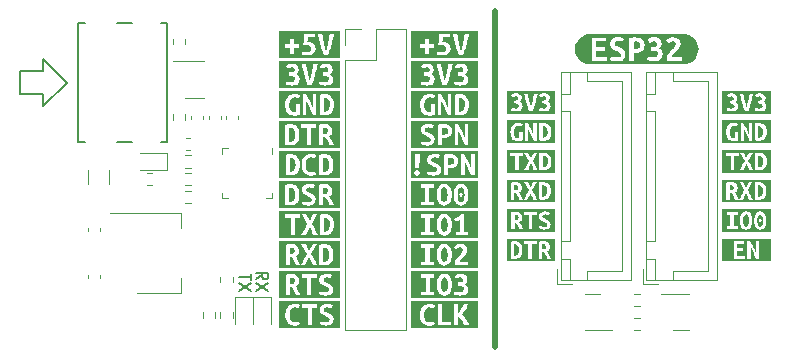
<source format=gbr>
%TF.GenerationSoftware,KiCad,Pcbnew,6.0.1-79c1e3a40b~116~ubuntu20.04.1*%
%TF.CreationDate,2022-02-14T03:59:37+01:00*%
%TF.ProjectId,USB-to-UART-Bridge,5553422d-746f-42d5-9541-52542d427269,rev?*%
%TF.SameCoordinates,Original*%
%TF.FileFunction,Legend,Top*%
%TF.FilePolarity,Positive*%
%FSLAX46Y46*%
G04 Gerber Fmt 4.6, Leading zero omitted, Abs format (unit mm)*
G04 Created by KiCad (PCBNEW 6.0.1-79c1e3a40b~116~ubuntu20.04.1) date 2022-02-14 03:59:37*
%MOMM*%
%LPD*%
G01*
G04 APERTURE LIST*
%ADD10C,0.500000*%
%ADD11C,0.200000*%
%ADD12C,0.120000*%
%ADD13C,0.150000*%
G04 APERTURE END LIST*
D10*
X120750000Y-55750000D02*
X120750000Y-84250000D01*
D11*
X100047619Y-78000952D02*
X100047619Y-78572380D01*
X99047619Y-78286666D02*
X100047619Y-78286666D01*
X100047619Y-78810476D02*
X99047619Y-79477142D01*
X100047619Y-79477142D02*
X99047619Y-78810476D01*
X100547619Y-78477142D02*
X101023809Y-78143809D01*
X100547619Y-77905714D02*
X101547619Y-77905714D01*
X101547619Y-78286666D01*
X101500000Y-78381904D01*
X101452380Y-78429523D01*
X101357142Y-78477142D01*
X101214285Y-78477142D01*
X101119047Y-78429523D01*
X101071428Y-78381904D01*
X101023809Y-78286666D01*
X101023809Y-77905714D01*
X101547619Y-78810476D02*
X100547619Y-79477142D01*
X101547619Y-79477142D02*
X100547619Y-78810476D01*
%TO.C,kibuzzard-61FF9B79*%
G36*
X116586586Y-70747357D02*
G01*
X116670883Y-70878802D01*
X116710888Y-71074541D01*
X116718388Y-71191342D01*
X116720889Y-71316000D01*
X116718388Y-71440301D01*
X116710888Y-71556030D01*
X116670883Y-71751769D01*
X116585158Y-71884643D01*
X116440854Y-71933220D01*
X116295121Y-71884643D01*
X116210825Y-71753198D01*
X116170820Y-71557459D01*
X116163319Y-71440658D01*
X116160819Y-71316000D01*
X116163319Y-71191699D01*
X116170820Y-71075970D01*
X116210825Y-70880231D01*
X116295121Y-70747357D01*
X116440854Y-70698780D01*
X116586586Y-70747357D01*
G37*
G36*
X119287466Y-72477098D02*
G01*
X113648534Y-72477098D01*
X113648534Y-72201825D01*
X114452034Y-72201825D01*
X115575031Y-72201825D01*
X115575031Y-71910360D01*
X115192126Y-71910360D01*
X115192126Y-71316000D01*
X115803631Y-71316000D01*
X115813900Y-71530580D01*
X115844708Y-71717122D01*
X115896054Y-71875624D01*
X115967938Y-72006086D01*
X116093826Y-72135467D01*
X116252418Y-72213096D01*
X116443711Y-72238973D01*
X116630401Y-72213096D01*
X116786611Y-72135467D01*
X116912341Y-72006086D01*
X116984850Y-71875624D01*
X117036643Y-71717122D01*
X117067718Y-71530580D01*
X117078076Y-71316000D01*
X117077940Y-71313142D01*
X117255241Y-71313142D01*
X117265064Y-71532456D01*
X117294532Y-71721765D01*
X117343645Y-71881071D01*
X117412404Y-72010373D01*
X117533054Y-72137372D01*
X117685454Y-72213572D01*
X117869604Y-72238973D01*
X118053754Y-72213572D01*
X118206154Y-72137372D01*
X118326804Y-72010373D01*
X118395562Y-71881071D01*
X118444676Y-71721765D01*
X118474144Y-71532456D01*
X118483966Y-71313142D01*
X118474144Y-71095169D01*
X118444676Y-70907020D01*
X118395562Y-70748697D01*
X118326804Y-70620199D01*
X118206154Y-70493992D01*
X118053754Y-70418269D01*
X117869604Y-70393027D01*
X117688311Y-70418428D01*
X117536864Y-70494628D01*
X117415261Y-70621627D01*
X117345253Y-70750572D01*
X117295246Y-70908806D01*
X117265243Y-71096330D01*
X117255241Y-71313142D01*
X117077940Y-71313142D01*
X117067896Y-71101420D01*
X117037357Y-70914878D01*
X116986458Y-70756376D01*
X116915199Y-70625914D01*
X116790104Y-70496533D01*
X116631989Y-70418904D01*
X116440854Y-70393027D01*
X116255434Y-70418904D01*
X116099224Y-70496533D01*
X115972224Y-70625914D01*
X115898465Y-70756376D01*
X115845779Y-70914878D01*
X115814168Y-71101420D01*
X115803631Y-71316000D01*
X115192126Y-71316000D01*
X115192126Y-70724497D01*
X115575031Y-70724497D01*
X115575031Y-70433032D01*
X114452034Y-70433032D01*
X114452034Y-70724497D01*
X114837796Y-70724497D01*
X114837796Y-71910360D01*
X114452034Y-71910360D01*
X114452034Y-72201825D01*
X113648534Y-72201825D01*
X113648534Y-70154902D01*
X119287466Y-70154902D01*
X119287466Y-72477098D01*
G37*
G36*
X118158370Y-71500626D02*
G01*
X118133129Y-71655407D01*
X118091060Y-71777486D01*
X117997834Y-71896430D01*
X117869604Y-71936078D01*
X117743159Y-71896430D01*
X117649576Y-71777486D01*
X117606714Y-71655407D01*
X117580996Y-71500626D01*
X117572424Y-71313142D01*
X117573742Y-71284567D01*
X117712441Y-71284567D01*
X117755304Y-71417441D01*
X117872461Y-71473163D01*
X117985333Y-71417441D01*
X118029624Y-71284567D01*
X117985333Y-71150265D01*
X117872461Y-71093115D01*
X117755304Y-71150265D01*
X117712441Y-71284567D01*
X117573742Y-71284567D01*
X117580996Y-71127246D01*
X117606714Y-70973417D01*
X117649576Y-70851656D01*
X117743159Y-70732713D01*
X117869604Y-70693065D01*
X117997834Y-70732713D01*
X118091060Y-70851656D01*
X118133129Y-70973417D01*
X118158370Y-71127246D01*
X118166784Y-71313142D01*
X118158370Y-71500626D01*
G37*
D12*
%TO.C,Q1*%
X136500000Y-79690000D02*
X137150000Y-79690000D01*
X136500000Y-82810000D02*
X137150000Y-82810000D01*
X136500000Y-79690000D02*
X134825000Y-79690000D01*
X136500000Y-82810000D02*
X135850000Y-82810000D01*
%TO.C,U3*%
X88150000Y-72840000D02*
X94160000Y-72840000D01*
X94160000Y-72840000D02*
X94160000Y-74100000D01*
X94160000Y-79660000D02*
X94160000Y-78400000D01*
X90400000Y-79660000D02*
X94160000Y-79660000D01*
%TO.C,kibuzzard-61FF9A21*%
G36*
X107601151Y-80097098D02*
G01*
X102474849Y-80097098D01*
X102474849Y-79821825D01*
X103029177Y-79821825D01*
X103380650Y-79821825D01*
X103380650Y-79170315D01*
X103563530Y-79170315D01*
X103660328Y-79332121D01*
X103750696Y-79491784D01*
X103832492Y-79653590D01*
X103903572Y-79821825D01*
X104272190Y-79821825D01*
X104190751Y-79634659D01*
X104092167Y-79437491D01*
X103986440Y-79248896D01*
X103883570Y-79084590D01*
X104008586Y-79003866D01*
X104092167Y-78893137D01*
X104139316Y-78760264D01*
X104155032Y-78613102D01*
X104143245Y-78474157D01*
X104107884Y-78354499D01*
X104100402Y-78344497D01*
X104375060Y-78344497D01*
X104840832Y-78344497D01*
X104840832Y-79821825D01*
X105195163Y-79821825D01*
X105195163Y-79724670D01*
X105846673Y-79724670D01*
X106043840Y-79811824D01*
X106197431Y-79847185D01*
X106395313Y-79858973D01*
X106595814Y-79843891D01*
X106759168Y-79798648D01*
X106885374Y-79723241D01*
X107006460Y-79559292D01*
X107046823Y-79338908D01*
X107034678Y-79205677D01*
X106998245Y-79097449D01*
X106873944Y-78937429D01*
X106708209Y-78834559D01*
X106535330Y-78764550D01*
X106425316Y-78721687D01*
X106325304Y-78668824D01*
X106252438Y-78600244D01*
X106223863Y-78510232D01*
X106254978Y-78397520D01*
X106348323Y-78329893D01*
X106503898Y-78307350D01*
X106705351Y-78335925D01*
X106863943Y-78404505D01*
X106966813Y-78133042D01*
X106762501Y-78050175D01*
X106630699Y-78022314D01*
X106478180Y-78013027D01*
X106303079Y-78028585D01*
X106154965Y-78075257D01*
X106033839Y-78153045D01*
X105912752Y-78320209D01*
X105872390Y-78541665D01*
X105918110Y-78751691D01*
X106033839Y-78893137D01*
X106189573Y-78987435D01*
X106355308Y-79053158D01*
X106475323Y-79103164D01*
X106583908Y-79163171D01*
X106663918Y-79238895D01*
X106695350Y-79336050D01*
X106682491Y-79420346D01*
X106635343Y-79494641D01*
X106542474Y-79546076D01*
X106395313Y-79564650D01*
X106252795Y-79554649D01*
X106133851Y-79524645D01*
X105949543Y-79438920D01*
X105846673Y-79724670D01*
X105195163Y-79724670D01*
X105195163Y-78344497D01*
X105660935Y-78344497D01*
X105660935Y-78053032D01*
X104375060Y-78053032D01*
X104375060Y-78344497D01*
X104100402Y-78344497D01*
X103972152Y-78173047D01*
X103874997Y-78110897D01*
X103760697Y-78067320D01*
X103630681Y-78041602D01*
X103486377Y-78033030D01*
X103386365Y-78035887D01*
X103266350Y-78043031D01*
X103142049Y-78057319D01*
X103029177Y-78078750D01*
X103029177Y-79821825D01*
X102474849Y-79821825D01*
X102474849Y-77774902D01*
X107601151Y-77774902D01*
X107601151Y-80097098D01*
G37*
G36*
X103612822Y-78355213D02*
G01*
X103712120Y-78404505D01*
X103776414Y-78488801D01*
X103797845Y-78610245D01*
X103717835Y-78808841D01*
X103612822Y-78861348D01*
X103457802Y-78878850D01*
X103380650Y-78878850D01*
X103380650Y-78347355D01*
X103437800Y-78340211D01*
X103486377Y-78338782D01*
X103612822Y-78355213D01*
G37*
%TO.C,R1*%
X94522500Y-58112742D02*
X94522500Y-58587258D01*
X93477500Y-58112742D02*
X93477500Y-58587258D01*
%TO.C,J2*%
X108026000Y-58616000D02*
X108026000Y-57286000D01*
X108026000Y-57286000D02*
X109356000Y-57286000D01*
X108026000Y-82806000D02*
X113226000Y-82806000D01*
X113226000Y-57286000D02*
X113226000Y-82806000D01*
X110626000Y-59886000D02*
X110626000Y-57286000D01*
X108026000Y-59886000D02*
X110626000Y-59886000D01*
X110626000Y-57286000D02*
X113226000Y-57286000D01*
X108026000Y-59886000D02*
X108026000Y-82806000D01*
%TO.C,D3*%
X100235000Y-82300000D02*
X100235000Y-80015000D01*
X98765000Y-80015000D02*
X98765000Y-82300000D01*
X100235000Y-80015000D02*
X98765000Y-80015000D01*
%TO.C,kibuzzard-61FFA0DD*%
G36*
X121724479Y-65032419D02*
G01*
X125825521Y-65032419D01*
X125825521Y-66967581D01*
X121724479Y-66967581D01*
X121724479Y-66000000D01*
X122053356Y-66000000D01*
X122064072Y-66178891D01*
X122096219Y-66334566D01*
X122148011Y-66466725D01*
X122217662Y-66575072D01*
X122304280Y-66659606D01*
X122406972Y-66720328D01*
X122524546Y-66756940D01*
X122655812Y-66769144D01*
X122801366Y-66763191D01*
X122923703Y-66745331D01*
X122950886Y-66738188D01*
X123289225Y-66738188D01*
X123553544Y-66738188D01*
X123553544Y-65759494D01*
X123642047Y-65922874D01*
X123726581Y-66085990D01*
X123807147Y-66248841D01*
X123883744Y-66411692D01*
X123956372Y-66574807D01*
X124025031Y-66738188D01*
X124260775Y-66738188D01*
X124260775Y-66721519D01*
X124498900Y-66721519D01*
X124659634Y-66748903D01*
X124813225Y-66757238D01*
X124956993Y-66746820D01*
X125088259Y-66715566D01*
X125204643Y-66661690D01*
X125303763Y-66583406D01*
X125384427Y-66479524D01*
X125445447Y-66348853D01*
X125483845Y-66189607D01*
X125496644Y-66000000D01*
X125485035Y-65814560D01*
X125450209Y-65658291D01*
X125394548Y-65529108D01*
X125320431Y-65424928D01*
X125227860Y-65345454D01*
X125116834Y-65290387D01*
X124990330Y-65258241D01*
X124851325Y-65247525D01*
X124687019Y-65254669D01*
X124498900Y-65283244D01*
X124498900Y-66721519D01*
X124260775Y-66721519D01*
X124260775Y-65264194D01*
X123996456Y-65264194D01*
X123996456Y-66171450D01*
X123954487Y-66078581D01*
X123904778Y-65971425D01*
X123848819Y-65855339D01*
X123788097Y-65735681D01*
X123724101Y-65613940D01*
X123658319Y-65491603D01*
X123591644Y-65373434D01*
X123524969Y-65264194D01*
X123289225Y-65264194D01*
X123289225Y-66738188D01*
X122950886Y-66738188D01*
X123086819Y-66702469D01*
X123086819Y-65966662D01*
X122793925Y-65966662D01*
X122793925Y-66504825D01*
X122736775Y-66511969D01*
X122679625Y-66514350D01*
X122537345Y-66483096D01*
X122434356Y-66389334D01*
X122388054Y-66290513D01*
X122360273Y-66160734D01*
X122351012Y-66000000D01*
X122356073Y-65890760D01*
X122371253Y-65791641D01*
X122437928Y-65629716D01*
X122555800Y-65523750D01*
X122732012Y-65485650D01*
X122889175Y-65511844D01*
X123017762Y-65571375D01*
X123093962Y-65338012D01*
X123045147Y-65309437D01*
X122962994Y-65273719D01*
X122845122Y-65243953D01*
X122691531Y-65230856D01*
X122562348Y-65243060D01*
X122441500Y-65279672D01*
X122332558Y-65340691D01*
X122239094Y-65426119D01*
X122162298Y-65535359D01*
X122103362Y-65667816D01*
X122065858Y-65822895D01*
X122053356Y-66000000D01*
X121724479Y-66000000D01*
X121724479Y-65032419D01*
G37*
G36*
X125037063Y-65543991D02*
G01*
X125134694Y-65654719D01*
X125184700Y-65814262D01*
X125198988Y-66000000D01*
X125194523Y-66105073D01*
X125181128Y-66201216D01*
X125121597Y-66359569D01*
X125012059Y-66464344D01*
X124844181Y-66502444D01*
X124817988Y-66502444D01*
X124791794Y-66500062D01*
X124791794Y-65509462D01*
X124834656Y-65503509D01*
X124877519Y-65502319D01*
X125037063Y-65543991D01*
G37*
%TO.C,kibuzzard-61FF9BB8*%
G36*
X113648534Y-62534902D02*
G01*
X119287466Y-62534902D01*
X119287466Y-64857098D01*
X113648534Y-64857098D01*
X113648534Y-63696000D01*
X114402027Y-63696000D01*
X114414886Y-63910670D01*
X114453463Y-64097479D01*
X114515613Y-64256070D01*
X114599195Y-64386086D01*
X114703137Y-64487528D01*
X114826366Y-64560394D01*
X114967455Y-64604328D01*
X115124975Y-64618973D01*
X115299640Y-64611829D01*
X115446444Y-64590398D01*
X115479069Y-64581825D01*
X115885070Y-64581825D01*
X116202252Y-64581825D01*
X116202252Y-63407392D01*
X116308456Y-63603449D01*
X116409897Y-63799187D01*
X116506576Y-63994609D01*
X116598493Y-64190030D01*
X116685646Y-64385769D01*
X116768038Y-64581825D01*
X117050930Y-64581825D01*
X117050930Y-64561823D01*
X117336680Y-64561823D01*
X117529561Y-64594684D01*
X117713870Y-64604685D01*
X117886392Y-64592183D01*
X118043911Y-64554679D01*
X118183572Y-64490028D01*
X118302515Y-64396088D01*
X118399313Y-64271429D01*
X118472536Y-64114624D01*
X118518613Y-63923528D01*
X118533973Y-63696000D01*
X118520042Y-63473472D01*
X118478251Y-63285949D01*
X118411457Y-63130929D01*
X118322518Y-63005914D01*
X118211432Y-62910545D01*
X118078201Y-62844465D01*
X117926397Y-62805889D01*
X117759590Y-62793030D01*
X117562423Y-62801602D01*
X117336680Y-62835892D01*
X117336680Y-64561823D01*
X117050930Y-64561823D01*
X117050930Y-62813032D01*
X116733748Y-62813032D01*
X116733748Y-63901740D01*
X116683384Y-63790298D01*
X116623734Y-63661710D01*
X116556583Y-63522407D01*
X116483716Y-63378817D01*
X116406921Y-63232728D01*
X116327982Y-63085924D01*
X116247972Y-62944120D01*
X116167962Y-62813032D01*
X115885070Y-62813032D01*
X115885070Y-64581825D01*
X115479069Y-64581825D01*
X115642182Y-64538963D01*
X115642182Y-63655995D01*
X115290710Y-63655995D01*
X115290710Y-64301790D01*
X115222130Y-64310363D01*
X115153550Y-64313220D01*
X114982814Y-64275715D01*
X114859227Y-64163201D01*
X114803665Y-64044615D01*
X114770328Y-63888881D01*
X114759215Y-63696000D01*
X114765287Y-63564912D01*
X114783504Y-63445969D01*
X114863514Y-63251659D01*
X115004960Y-63124500D01*
X115216415Y-63078780D01*
X115405010Y-63110212D01*
X115559315Y-63181650D01*
X115650755Y-62901615D01*
X115592176Y-62867325D01*
X115493592Y-62824462D01*
X115352146Y-62788744D01*
X115167837Y-62773027D01*
X115012818Y-62787672D01*
X114867800Y-62831606D01*
X114737069Y-62904830D01*
X114624912Y-63007342D01*
X114532758Y-63138430D01*
X114462035Y-63297379D01*
X114417029Y-63483473D01*
X114402027Y-63696000D01*
X113648534Y-63696000D01*
X113648534Y-62534902D01*
G37*
G36*
X117982475Y-63148789D02*
G01*
X118099633Y-63281662D01*
X118159640Y-63473115D01*
X118176785Y-63696000D01*
X118171427Y-63822087D01*
X118155354Y-63937459D01*
X118083916Y-64127483D01*
X117952471Y-64253213D01*
X117751018Y-64298933D01*
X117719585Y-64298933D01*
X117688153Y-64296075D01*
X117688153Y-63107355D01*
X117739588Y-63100211D01*
X117791023Y-63098782D01*
X117982475Y-63148789D01*
G37*
%TO.C,kibuzzard-61FFA13E*%
G36*
X144075521Y-75064566D02*
G01*
X144075521Y-76935434D01*
X139974479Y-76935434D01*
X139974479Y-76736997D01*
X140964153Y-76736997D01*
X141909509Y-76736997D01*
X142114297Y-76736997D01*
X142378616Y-76736997D01*
X142378616Y-75758303D01*
X142467119Y-75921683D01*
X142551653Y-76084799D01*
X142632219Y-76247650D01*
X142708816Y-76410501D01*
X142781444Y-76573617D01*
X142850103Y-76736997D01*
X143085847Y-76736997D01*
X143085847Y-75263003D01*
X142821528Y-75263003D01*
X142821528Y-76170259D01*
X142779559Y-76077391D01*
X142729850Y-75970234D01*
X142673891Y-75854148D01*
X142613169Y-75734491D01*
X142549173Y-75612749D01*
X142483391Y-75490412D01*
X142416716Y-75372243D01*
X142350041Y-75263003D01*
X142114297Y-75263003D01*
X142114297Y-76736997D01*
X141909509Y-76736997D01*
X141909509Y-76494109D01*
X141257047Y-76494109D01*
X141257047Y-76079772D01*
X141778541Y-76079772D01*
X141778541Y-75836884D01*
X141257047Y-75836884D01*
X141257047Y-75505891D01*
X141857122Y-75505891D01*
X141857122Y-75263003D01*
X140964153Y-75263003D01*
X140964153Y-76736997D01*
X139974479Y-76736997D01*
X139974479Y-75064566D01*
X144075521Y-75064566D01*
G37*
%TO.C,kibuzzard-61FFA0CE*%
G36*
X121724479Y-62532419D02*
G01*
X125825521Y-62532419D01*
X125825521Y-64467581D01*
X121724479Y-64467581D01*
X121724479Y-64188181D01*
X122096219Y-64188181D01*
X122170037Y-64214375D01*
X122273622Y-64240569D01*
X122390303Y-64260809D01*
X122505794Y-64269144D01*
X122643311Y-64260512D01*
X122760588Y-64234616D01*
X122858219Y-64192944D01*
X122936800Y-64136984D01*
X123039194Y-63988156D01*
X123072531Y-63800038D01*
X123056755Y-63680380D01*
X123009428Y-63578581D01*
X122933526Y-63497023D01*
X122832025Y-63438087D01*
X122965375Y-63314262D01*
X123015381Y-63145194D01*
X122986806Y-62980887D01*
X122898700Y-62848728D01*
X122751635Y-62764194D01*
X123220169Y-62764194D01*
X123247553Y-62897544D01*
X123286844Y-63064231D01*
X123318329Y-63188982D01*
X123352460Y-63318760D01*
X123389237Y-63453566D01*
X123428131Y-63591017D01*
X123468612Y-63728732D01*
X123510681Y-63866713D01*
X123573189Y-64063166D01*
X123632125Y-64238188D01*
X123934544Y-64238188D01*
X123952482Y-64188181D01*
X124477469Y-64188181D01*
X124551288Y-64214375D01*
X124654872Y-64240569D01*
X124771553Y-64260809D01*
X124887044Y-64269144D01*
X125024561Y-64260512D01*
X125141838Y-64234616D01*
X125239469Y-64192944D01*
X125318050Y-64136984D01*
X125420444Y-63988156D01*
X125453781Y-63800038D01*
X125438005Y-63680380D01*
X125390678Y-63578581D01*
X125314776Y-63497023D01*
X125213275Y-63438087D01*
X125346625Y-63314262D01*
X125396631Y-63145194D01*
X125368056Y-62980887D01*
X125279950Y-62848728D01*
X125128741Y-62761812D01*
X125029026Y-62738595D01*
X124913238Y-62730856D01*
X124786734Y-62741870D01*
X124673922Y-62774909D01*
X124503663Y-62861825D01*
X124608438Y-63076137D01*
X124750122Y-63008272D01*
X124915619Y-62980887D01*
X125050159Y-63027322D01*
X125098975Y-63154719D01*
X125076353Y-63245206D01*
X125018013Y-63302356D01*
X124937050Y-63333312D01*
X124846563Y-63342837D01*
X124737025Y-63342837D01*
X124737025Y-63585725D01*
X124827513Y-63585725D01*
X124957886Y-63597334D01*
X125063256Y-63632159D01*
X125132908Y-63696155D01*
X125156125Y-63795275D01*
X125095403Y-63954819D01*
X125012357Y-64003039D01*
X124884663Y-64019113D01*
X124771851Y-64012564D01*
X124676303Y-63992919D01*
X124534619Y-63942913D01*
X124477469Y-64188181D01*
X123952482Y-64188181D01*
X123980052Y-64111320D01*
X124024502Y-63981542D01*
X124067894Y-63848853D01*
X124109566Y-63715503D01*
X124148856Y-63583741D01*
X124185766Y-63453566D01*
X124236367Y-63263959D01*
X124281016Y-63083281D01*
X124319413Y-62915403D01*
X124351263Y-62764194D01*
X124044081Y-62764194D01*
X124022650Y-62888019D01*
X123996456Y-63030894D01*
X123966691Y-63185377D01*
X123934544Y-63344028D01*
X123900016Y-63503572D01*
X123863106Y-63660734D01*
X123825006Y-63808074D01*
X123786906Y-63938150D01*
X123748509Y-63806288D01*
X123709516Y-63658353D01*
X123671416Y-63501191D01*
X123635697Y-63341647D01*
X123602657Y-63183294D01*
X123572594Y-63029703D01*
X123547591Y-62887721D01*
X123529731Y-62764194D01*
X123220169Y-62764194D01*
X122751635Y-62764194D01*
X122747491Y-62761812D01*
X122647776Y-62738595D01*
X122531987Y-62730856D01*
X122405484Y-62741870D01*
X122292672Y-62774909D01*
X122122412Y-62861825D01*
X122227187Y-63076137D01*
X122368872Y-63008272D01*
X122534369Y-62980887D01*
X122668909Y-63027322D01*
X122717725Y-63154719D01*
X122695103Y-63245206D01*
X122636762Y-63302356D01*
X122555800Y-63333312D01*
X122465312Y-63342837D01*
X122355775Y-63342837D01*
X122355775Y-63585725D01*
X122446262Y-63585725D01*
X122576636Y-63597334D01*
X122682006Y-63632159D01*
X122751658Y-63696155D01*
X122774875Y-63795275D01*
X122714153Y-63954819D01*
X122631107Y-64003039D01*
X122503412Y-64019113D01*
X122390601Y-64012564D01*
X122295053Y-63992919D01*
X122153369Y-63942913D01*
X122096219Y-64188181D01*
X121724479Y-64188181D01*
X121724479Y-62532419D01*
G37*
%TO.C,R11*%
X132987258Y-81727500D02*
X132512742Y-81727500D01*
X132987258Y-82772500D02*
X132512742Y-82772500D01*
%TO.C,kibuzzard-61FF99FB*%
G36*
X102474849Y-70154902D02*
G01*
X107601151Y-70154902D01*
X107601151Y-72477098D01*
X102474849Y-72477098D01*
X102474849Y-72181823D01*
X102987744Y-72181823D01*
X103180625Y-72214684D01*
X103364934Y-72224685D01*
X103537455Y-72212183D01*
X103694975Y-72174679D01*
X103834635Y-72110028D01*
X103841419Y-72104670D01*
X104376489Y-72104670D01*
X104573656Y-72191824D01*
X104727247Y-72227185D01*
X104925129Y-72238973D01*
X105125630Y-72223891D01*
X105205301Y-72201825D01*
X105845244Y-72201825D01*
X106196716Y-72201825D01*
X106196716Y-71550315D01*
X106379596Y-71550315D01*
X106476394Y-71712121D01*
X106566763Y-71871784D01*
X106648558Y-72033590D01*
X106719639Y-72201825D01*
X107088256Y-72201825D01*
X107006818Y-72014659D01*
X106908234Y-71817491D01*
X106802506Y-71628896D01*
X106699636Y-71464590D01*
X106824652Y-71383866D01*
X106908234Y-71273137D01*
X106955383Y-71140264D01*
X106971099Y-70993102D01*
X106959312Y-70854157D01*
X106923950Y-70734499D01*
X106788219Y-70553047D01*
X106691064Y-70490897D01*
X106576764Y-70447320D01*
X106446748Y-70421602D01*
X106302444Y-70413030D01*
X106202431Y-70415887D01*
X106082416Y-70423031D01*
X105958115Y-70437319D01*
X105845244Y-70458750D01*
X105845244Y-72201825D01*
X105205301Y-72201825D01*
X105288984Y-72178648D01*
X105415190Y-72103241D01*
X105536277Y-71939292D01*
X105576639Y-71718908D01*
X105564494Y-71585677D01*
X105528061Y-71477449D01*
X105403760Y-71317429D01*
X105238025Y-71214559D01*
X105065146Y-71144550D01*
X104955132Y-71101687D01*
X104855120Y-71048824D01*
X104782254Y-70980244D01*
X104753679Y-70890232D01*
X104784794Y-70777520D01*
X104878139Y-70709893D01*
X105033714Y-70687350D01*
X105235168Y-70715925D01*
X105393759Y-70784505D01*
X105496629Y-70513042D01*
X105292317Y-70430175D01*
X105160515Y-70402314D01*
X105007996Y-70393027D01*
X104832895Y-70408585D01*
X104684781Y-70455257D01*
X104563655Y-70533045D01*
X104442568Y-70700209D01*
X104402206Y-70921665D01*
X104447926Y-71131691D01*
X104563655Y-71273137D01*
X104719389Y-71367435D01*
X104885124Y-71433158D01*
X105005139Y-71483164D01*
X105113724Y-71543171D01*
X105193734Y-71618895D01*
X105225166Y-71716050D01*
X105212308Y-71800346D01*
X105165159Y-71874641D01*
X105072290Y-71926076D01*
X104925129Y-71944650D01*
X104782611Y-71934649D01*
X104663667Y-71904645D01*
X104479359Y-71818920D01*
X104376489Y-72104670D01*
X103841419Y-72104670D01*
X103953579Y-72016088D01*
X104050377Y-71891429D01*
X104123600Y-71734624D01*
X104169677Y-71543528D01*
X104185036Y-71316000D01*
X104171106Y-71093472D01*
X104129315Y-70905949D01*
X104062521Y-70750929D01*
X103973581Y-70625914D01*
X103862496Y-70530545D01*
X103729265Y-70464465D01*
X103577460Y-70425889D01*
X103410654Y-70413030D01*
X103213486Y-70421602D01*
X102987744Y-70455892D01*
X102987744Y-72181823D01*
X102474849Y-72181823D01*
X102474849Y-70154902D01*
G37*
G36*
X106428888Y-70735213D02*
G01*
X106528186Y-70784505D01*
X106592480Y-70868801D01*
X106613911Y-70990245D01*
X106533901Y-71188841D01*
X106428888Y-71241348D01*
X106273869Y-71258850D01*
X106196716Y-71258850D01*
X106196716Y-70727355D01*
X106253866Y-70720211D01*
X106302444Y-70718782D01*
X106428888Y-70735213D01*
G37*
G36*
X103633539Y-70768789D02*
G01*
X103750696Y-70901662D01*
X103810704Y-71093115D01*
X103827849Y-71316000D01*
X103822491Y-71442087D01*
X103806417Y-71557459D01*
X103734980Y-71747483D01*
X103603535Y-71873213D01*
X103402081Y-71918933D01*
X103370649Y-71918933D01*
X103339216Y-71916075D01*
X103339216Y-70727355D01*
X103390651Y-70720211D01*
X103442086Y-70718782D01*
X103633539Y-70768789D01*
G37*
%TO.C,kibuzzard-61FF9938*%
G36*
X102474849Y-57474905D02*
G01*
X107601151Y-57474905D01*
X107601151Y-59757095D01*
X102474849Y-59757095D01*
X102474849Y-59427530D01*
X104383632Y-59427530D01*
X104465071Y-59458963D01*
X104583657Y-59488966D01*
X104720817Y-59510398D01*
X104860835Y-59518970D01*
X105024427Y-59508254D01*
X105166588Y-59476108D01*
X105287317Y-59424673D01*
X105386615Y-59356093D01*
X105518060Y-59174641D01*
X105560922Y-58947470D01*
X105541555Y-58781735D01*
X105483453Y-58642670D01*
X105386615Y-58530275D01*
X105250408Y-58445185D01*
X105074195Y-58388035D01*
X104857977Y-58358825D01*
X104872265Y-58195947D01*
X104886552Y-58004495D01*
X105495200Y-58004495D01*
X105495200Y-57713030D01*
X105749518Y-57713030D01*
X105782379Y-57873050D01*
X105829528Y-58073075D01*
X105867310Y-58222776D01*
X105908268Y-58378510D01*
X105952400Y-58540276D01*
X105999073Y-58705218D01*
X106047650Y-58870476D01*
X106098133Y-59036053D01*
X106173142Y-59271796D01*
X106243865Y-59481823D01*
X106606768Y-59481823D01*
X106661377Y-59329581D01*
X106714717Y-59173848D01*
X106766788Y-59014621D01*
X106816794Y-58854601D01*
X106863943Y-58696486D01*
X106908234Y-58540276D01*
X106968956Y-58312748D01*
X107022534Y-58095935D01*
X107068611Y-57894481D01*
X107106830Y-57713030D01*
X106738213Y-57713030D01*
X106712495Y-57861620D01*
X106681063Y-58033070D01*
X106645344Y-58218450D01*
X106606768Y-58408831D01*
X106565334Y-58600284D01*
X106521043Y-58788879D01*
X106475323Y-58965687D01*
X106429603Y-59121778D01*
X106383525Y-58963543D01*
X106336734Y-58786021D01*
X106291014Y-58597426D01*
X106248151Y-58405974D01*
X106208503Y-58215950D01*
X106172428Y-58031641D01*
X106142424Y-57861263D01*
X106120993Y-57713030D01*
X105749518Y-57713030D01*
X105495200Y-57713030D01*
X104592230Y-57713030D01*
X104581514Y-57931272D01*
X104566512Y-58157371D01*
X104546510Y-58389900D01*
X104520792Y-58627430D01*
X104717246Y-58633502D01*
X104872265Y-58651719D01*
X105079434Y-58720299D01*
X105176589Y-58826026D01*
X105200878Y-58961758D01*
X105186590Y-59056055D01*
X105133726Y-59137494D01*
X105027999Y-59196073D01*
X104857977Y-59218933D01*
X104724389Y-59212503D01*
X104615090Y-59193215D01*
X104455070Y-59136065D01*
X104383632Y-59427530D01*
X102474849Y-59427530D01*
X102474849Y-58587425D01*
X102969170Y-58587425D01*
X102969170Y-58876033D01*
X103417797Y-58876033D01*
X103417797Y-59373238D01*
X103720692Y-59373238D01*
X103720692Y-58876033D01*
X104169320Y-58876033D01*
X104169320Y-58587425D01*
X103720692Y-58587425D01*
X103720692Y-58090220D01*
X103417797Y-58090220D01*
X103417797Y-58587425D01*
X102969170Y-58587425D01*
X102474849Y-58587425D01*
X102474849Y-57474905D01*
G37*
%TO.C,R3*%
X91737258Y-70522500D02*
X91262742Y-70522500D01*
X91737258Y-69477500D02*
X91262742Y-69477500D01*
%TO.C,kibuzzard-61FF9BB1*%
G36*
X113648534Y-59994902D02*
G01*
X119287466Y-59994902D01*
X119287466Y-62317098D01*
X113648534Y-62317098D01*
X113648534Y-61981818D01*
X114453463Y-61981818D01*
X114542045Y-62013250D01*
X114666346Y-62044683D01*
X114806364Y-62068971D01*
X114944952Y-62078973D01*
X115109973Y-62068614D01*
X115250705Y-62037539D01*
X115367862Y-61987533D01*
X115462160Y-61920381D01*
X115585032Y-61741788D01*
X115625037Y-61516045D01*
X115606107Y-61372456D01*
X115549314Y-61250298D01*
X115458231Y-61152428D01*
X115336430Y-61081705D01*
X115496450Y-60933115D01*
X115556457Y-60730232D01*
X115522167Y-60533065D01*
X115416440Y-60374474D01*
X115239959Y-60273032D01*
X115802202Y-60273032D01*
X115835064Y-60433052D01*
X115882212Y-60633078D01*
X115919995Y-60782779D01*
X115960953Y-60938513D01*
X116005085Y-61100279D01*
X116051757Y-61265220D01*
X116100335Y-61430479D01*
X116150817Y-61596055D01*
X116225827Y-61831799D01*
X116296550Y-62041825D01*
X116659453Y-62041825D01*
X116680978Y-61981818D01*
X117310963Y-61981818D01*
X117399545Y-62013250D01*
X117523846Y-62044683D01*
X117663864Y-62068971D01*
X117802453Y-62078973D01*
X117967473Y-62068614D01*
X118108205Y-62037539D01*
X118225363Y-61987533D01*
X118319660Y-61920381D01*
X118442533Y-61741788D01*
X118482537Y-61516045D01*
X118463607Y-61372456D01*
X118406814Y-61250298D01*
X118315731Y-61152428D01*
X118193930Y-61081705D01*
X118353950Y-60933115D01*
X118413958Y-60730232D01*
X118379668Y-60533065D01*
X118273940Y-60374474D01*
X118092489Y-60270175D01*
X117972831Y-60242314D01*
X117833885Y-60233027D01*
X117682080Y-60246243D01*
X117546706Y-60285891D01*
X117342395Y-60390190D01*
X117468125Y-60647365D01*
X117638146Y-60565926D01*
X117836743Y-60533065D01*
X117998191Y-60588786D01*
X118056770Y-60741662D01*
X118029624Y-60850247D01*
X117959615Y-60918827D01*
X117862460Y-60955975D01*
X117753875Y-60967405D01*
X117622430Y-60967405D01*
X117622430Y-61258870D01*
X117731015Y-61258870D01*
X117887463Y-61272800D01*
X118013908Y-61314591D01*
X118097489Y-61391387D01*
X118125350Y-61510330D01*
X118052484Y-61701783D01*
X117952828Y-61759647D01*
X117799595Y-61778935D01*
X117664221Y-61771077D01*
X117549564Y-61747503D01*
X117379543Y-61687495D01*
X117310963Y-61981818D01*
X116680978Y-61981818D01*
X116714062Y-61889584D01*
X116767402Y-61733850D01*
X116819473Y-61574624D01*
X116869479Y-61414604D01*
X116916628Y-61256489D01*
X116960919Y-61100279D01*
X117021641Y-60872750D01*
X117075219Y-60655938D01*
X117121296Y-60454484D01*
X117159515Y-60273032D01*
X116790898Y-60273032D01*
X116765180Y-60421622D01*
X116733748Y-60593072D01*
X116698029Y-60778453D01*
X116659453Y-60968834D01*
X116618019Y-61160286D01*
X116573728Y-61348881D01*
X116528008Y-61525689D01*
X116482288Y-61681780D01*
X116436210Y-61523546D01*
X116389419Y-61346024D01*
X116343699Y-61157429D01*
X116300836Y-60965976D01*
X116261188Y-60775952D01*
X116225112Y-60591644D01*
X116195109Y-60421265D01*
X116173677Y-60273032D01*
X115802202Y-60273032D01*
X115239959Y-60273032D01*
X115234989Y-60270175D01*
X115115331Y-60242314D01*
X114976385Y-60233027D01*
X114824580Y-60246243D01*
X114689206Y-60285891D01*
X114484895Y-60390190D01*
X114610625Y-60647365D01*
X114780646Y-60565926D01*
X114979242Y-60533065D01*
X115140691Y-60588786D01*
X115199270Y-60741662D01*
X115172124Y-60850247D01*
X115102115Y-60918827D01*
X115004960Y-60955975D01*
X114896375Y-60967405D01*
X114764930Y-60967405D01*
X114764930Y-61258870D01*
X114873515Y-61258870D01*
X115029963Y-61272800D01*
X115156407Y-61314591D01*
X115239989Y-61391387D01*
X115267850Y-61510330D01*
X115194984Y-61701783D01*
X115095328Y-61759647D01*
X114942095Y-61778935D01*
X114806721Y-61771077D01*
X114692064Y-61747503D01*
X114522042Y-61687495D01*
X114453463Y-61981818D01*
X113648534Y-61981818D01*
X113648534Y-59994902D01*
G37*
%TO.C,kibuzzard-61FF99EF*%
G36*
X102474849Y-65092047D02*
G01*
X107601151Y-65092047D01*
X107601151Y-67379953D01*
X102474849Y-67379953D01*
X102474849Y-67098965D01*
X102987744Y-67098965D01*
X103180625Y-67131826D01*
X103364934Y-67141828D01*
X103537455Y-67129326D01*
X103694975Y-67091821D01*
X103834635Y-67027170D01*
X103953579Y-66933230D01*
X104050377Y-66808572D01*
X104123600Y-66651766D01*
X104169677Y-66460671D01*
X104185036Y-66233142D01*
X104171106Y-66010615D01*
X104129315Y-65823091D01*
X104062521Y-65668072D01*
X104043717Y-65641640D01*
X104333626Y-65641640D01*
X104799399Y-65641640D01*
X104799399Y-67118968D01*
X105153729Y-67118968D01*
X105845244Y-67118968D01*
X106196716Y-67118968D01*
X106196716Y-66467458D01*
X106379596Y-66467458D01*
X106476394Y-66629263D01*
X106566763Y-66788926D01*
X106648558Y-66950732D01*
X106719639Y-67118968D01*
X107088256Y-67118968D01*
X107006818Y-66931801D01*
X106908234Y-66734634D01*
X106802506Y-66546039D01*
X106699636Y-66381733D01*
X106824652Y-66301008D01*
X106908234Y-66190280D01*
X106955383Y-66057406D01*
X106971099Y-65910245D01*
X106959312Y-65771299D01*
X106923950Y-65651641D01*
X106788219Y-65470190D01*
X106691064Y-65408039D01*
X106576764Y-65364462D01*
X106446748Y-65338745D01*
X106302444Y-65330172D01*
X106202431Y-65333030D01*
X106082416Y-65340174D01*
X105958115Y-65354461D01*
X105845244Y-65375892D01*
X105845244Y-67118968D01*
X105153729Y-67118968D01*
X105153729Y-65641640D01*
X105619501Y-65641640D01*
X105619501Y-65350175D01*
X104333626Y-65350175D01*
X104333626Y-65641640D01*
X104043717Y-65641640D01*
X103973581Y-65543056D01*
X103862496Y-65447687D01*
X103729265Y-65381607D01*
X103577460Y-65343031D01*
X103410654Y-65330172D01*
X103213486Y-65338745D01*
X102987744Y-65373035D01*
X102987744Y-67098965D01*
X102474849Y-67098965D01*
X102474849Y-65092047D01*
G37*
G36*
X106428888Y-65652356D02*
G01*
X106528186Y-65701647D01*
X106592480Y-65785944D01*
X106613911Y-65907387D01*
X106533901Y-66105984D01*
X106428888Y-66158490D01*
X106273869Y-66175992D01*
X106196716Y-66175992D01*
X106196716Y-65644497D01*
X106253866Y-65637354D01*
X106302444Y-65635925D01*
X106428888Y-65652356D01*
G37*
G36*
X103633539Y-65685931D02*
G01*
X103750696Y-65818805D01*
X103810704Y-66010257D01*
X103827849Y-66233142D01*
X103822491Y-66359230D01*
X103806417Y-66474601D01*
X103734980Y-66664625D01*
X103603535Y-66790355D01*
X103402081Y-66836075D01*
X103370649Y-66836075D01*
X103339216Y-66833218D01*
X103339216Y-65644497D01*
X103390651Y-65637354D01*
X103442086Y-65635925D01*
X103633539Y-65685931D01*
G37*
%TO.C,C1*%
X96010000Y-64890580D02*
X96010000Y-64609420D01*
X94990000Y-64890580D02*
X94990000Y-64609420D01*
%TO.C,R2*%
X94522500Y-64987258D02*
X94522500Y-64512742D01*
X93477500Y-64987258D02*
X93477500Y-64512742D01*
%TO.C,C4*%
X99010000Y-64890580D02*
X99010000Y-64609420D01*
X97990000Y-64890580D02*
X97990000Y-64609420D01*
%TO.C,kibuzzard-61FF9B82*%
G36*
X116595159Y-73287357D02*
G01*
X116679455Y-73418802D01*
X116719460Y-73614541D01*
X116726961Y-73731342D01*
X116729461Y-73856000D01*
X116726961Y-73980301D01*
X116719460Y-74096030D01*
X116679455Y-74291769D01*
X116593730Y-74424643D01*
X116449426Y-74473220D01*
X116303694Y-74424643D01*
X116219397Y-74293198D01*
X116179392Y-74097459D01*
X116171892Y-73980658D01*
X116169391Y-73856000D01*
X116171892Y-73731699D01*
X116179392Y-73615970D01*
X116219397Y-73420231D01*
X116303694Y-73287357D01*
X116449426Y-73238780D01*
X116595159Y-73287357D01*
G37*
G36*
X119287466Y-75017098D02*
G01*
X113648534Y-75017098D01*
X113648534Y-74741825D01*
X114460606Y-74741825D01*
X115583604Y-74741825D01*
X115583604Y-74450360D01*
X115200699Y-74450360D01*
X115200699Y-73856000D01*
X115812204Y-73856000D01*
X115822473Y-74070580D01*
X115853280Y-74257122D01*
X115904626Y-74415624D01*
X115976510Y-74546086D01*
X116102399Y-74675467D01*
X116260990Y-74753096D01*
X116452284Y-74778973D01*
X116638974Y-74753096D01*
X116795184Y-74675467D01*
X116920914Y-74546086D01*
X116993423Y-74415624D01*
X117045215Y-74257122D01*
X117076290Y-74070580D01*
X117086649Y-73856000D01*
X117076469Y-73641420D01*
X117045929Y-73454878D01*
X117009569Y-73341650D01*
X117300961Y-73341650D01*
X117415261Y-73633115D01*
X117589569Y-73563106D01*
X117772449Y-73461665D01*
X117772449Y-74450360D01*
X117400974Y-74450360D01*
X117400974Y-74741825D01*
X118475394Y-74741825D01*
X118475394Y-74450360D01*
X118123921Y-74450360D01*
X118123921Y-72973032D01*
X117883891Y-72973032D01*
X117761019Y-73084475D01*
X117609571Y-73187345D01*
X117449551Y-73275927D01*
X117300961Y-73341650D01*
X117009569Y-73341650D01*
X116995030Y-73296376D01*
X116923771Y-73165914D01*
X116798676Y-73036533D01*
X116640561Y-72958904D01*
X116449426Y-72933027D01*
X116264006Y-72958904D01*
X116107796Y-73036533D01*
X115980796Y-73165914D01*
X115907037Y-73296376D01*
X115854352Y-73454878D01*
X115822741Y-73641420D01*
X115812204Y-73856000D01*
X115200699Y-73856000D01*
X115200699Y-73264497D01*
X115583604Y-73264497D01*
X115583604Y-72973032D01*
X114460606Y-72973032D01*
X114460606Y-73264497D01*
X114846369Y-73264497D01*
X114846369Y-74450360D01*
X114460606Y-74450360D01*
X114460606Y-74741825D01*
X113648534Y-74741825D01*
X113648534Y-72694902D01*
X119287466Y-72694902D01*
X119287466Y-75017098D01*
G37*
%TO.C,kibuzzard-61FFA0EC*%
G36*
X143289444Y-68041609D02*
G01*
X143387075Y-68152337D01*
X143437081Y-68311881D01*
X143451369Y-68497619D01*
X143446904Y-68602691D01*
X143433509Y-68698834D01*
X143373978Y-68857188D01*
X143264441Y-68961963D01*
X143096563Y-69000062D01*
X143070369Y-69000062D01*
X143044175Y-68997681D01*
X143044175Y-68007081D01*
X143087038Y-68001128D01*
X143129900Y-67999938D01*
X143289444Y-68041609D01*
G37*
G36*
X139974479Y-67546706D02*
G01*
X144075521Y-67546706D01*
X144075521Y-69453294D01*
X139974479Y-69453294D01*
X139974479Y-68004700D01*
X140300975Y-68004700D01*
X140689119Y-68004700D01*
X140689119Y-69235806D01*
X140984394Y-69235806D01*
X141458262Y-69235806D01*
X141774969Y-69235806D01*
X141829737Y-69106921D01*
X141894031Y-68963153D01*
X141963087Y-68814623D01*
X142032144Y-68671450D01*
X142102093Y-68819088D01*
X142169066Y-68966725D01*
X142229490Y-69107814D01*
X142279794Y-69235806D01*
X142596500Y-69235806D01*
X142589629Y-69219138D01*
X142751281Y-69219138D01*
X142912016Y-69246522D01*
X143065606Y-69254856D01*
X143209374Y-69244438D01*
X143340641Y-69213184D01*
X143457024Y-69159309D01*
X143556144Y-69081025D01*
X143636809Y-68977143D01*
X143697828Y-68846472D01*
X143736226Y-68687226D01*
X143749025Y-68497619D01*
X143737416Y-68312179D01*
X143702591Y-68155909D01*
X143646929Y-68026727D01*
X143572813Y-67922547D01*
X143480241Y-67843073D01*
X143369216Y-67788006D01*
X143242712Y-67755859D01*
X143103706Y-67745144D01*
X142939400Y-67752287D01*
X142751281Y-67780862D01*
X142751281Y-69219138D01*
X142589629Y-69219138D01*
X142532206Y-69079834D01*
X142488451Y-68984584D01*
X142438147Y-68882191D01*
X142382485Y-68774737D01*
X142322656Y-68664306D01*
X142260148Y-68554769D01*
X142196450Y-68449994D01*
X142572688Y-67761812D01*
X142277412Y-67761812D01*
X142032144Y-68233300D01*
X141798781Y-67761812D01*
X141482075Y-67761812D01*
X141867837Y-68457137D01*
X141809497Y-68561615D01*
X141748775Y-68670259D01*
X141688351Y-68779499D01*
X141630903Y-68885763D01*
X141577325Y-68986966D01*
X141528509Y-69081025D01*
X141458262Y-69235806D01*
X140984394Y-69235806D01*
X140984394Y-68004700D01*
X141372537Y-68004700D01*
X141372537Y-67761812D01*
X140300975Y-67761812D01*
X140300975Y-68004700D01*
X139974479Y-68004700D01*
X139974479Y-67546706D01*
G37*
%TO.C,kibuzzard-61FFA103*%
G36*
X122587352Y-73016011D02*
G01*
X122670100Y-73057087D01*
X122723678Y-73127334D01*
X122741537Y-73228537D01*
X122674862Y-73394034D01*
X122587352Y-73437790D01*
X122458169Y-73452375D01*
X122393875Y-73452375D01*
X122393875Y-73009462D01*
X122441500Y-73003509D01*
X122481981Y-73002319D01*
X122587352Y-73016011D01*
G37*
G36*
X125825521Y-74467581D02*
G01*
X121724479Y-74467581D01*
X121724479Y-74238188D01*
X122100981Y-74238188D01*
X122393875Y-74238188D01*
X122393875Y-73695263D01*
X122546275Y-73695263D01*
X122626940Y-73830101D01*
X122702247Y-73963153D01*
X122770410Y-74097991D01*
X122829644Y-74238188D01*
X123136825Y-74238188D01*
X123068959Y-74082216D01*
X122986806Y-73917909D01*
X122898700Y-73760747D01*
X122812975Y-73623825D01*
X122917155Y-73556555D01*
X122986806Y-73464281D01*
X123026097Y-73353553D01*
X123039194Y-73230919D01*
X123029371Y-73115130D01*
X122999903Y-73015416D01*
X122993668Y-73007081D01*
X123222550Y-73007081D01*
X123610694Y-73007081D01*
X123610694Y-74238188D01*
X123905969Y-74238188D01*
X123905969Y-74157225D01*
X124448894Y-74157225D01*
X124613200Y-74229853D01*
X124741192Y-74259321D01*
X124906094Y-74269144D01*
X125073178Y-74256576D01*
X125209306Y-74218873D01*
X125314478Y-74156034D01*
X125415384Y-74019410D01*
X125449019Y-73835756D01*
X125438898Y-73724730D01*
X125408538Y-73634541D01*
X125304953Y-73501191D01*
X125166841Y-73415466D01*
X125022775Y-73357125D01*
X124931097Y-73321406D01*
X124847753Y-73277353D01*
X124787031Y-73220203D01*
X124763219Y-73145194D01*
X124789148Y-73051267D01*
X124866935Y-72994910D01*
X124996581Y-72976125D01*
X125164459Y-72999938D01*
X125296619Y-73057087D01*
X125382344Y-72830869D01*
X125212084Y-72761812D01*
X125102249Y-72738595D01*
X124975150Y-72730856D01*
X124829232Y-72743821D01*
X124705804Y-72782715D01*
X124604866Y-72847537D01*
X124503960Y-72986841D01*
X124470325Y-73171387D01*
X124508425Y-73346409D01*
X124604866Y-73464281D01*
X124734644Y-73542863D01*
X124872756Y-73597631D01*
X124972769Y-73639303D01*
X125063256Y-73689309D01*
X125129931Y-73752412D01*
X125156125Y-73833375D01*
X125145409Y-73903622D01*
X125106119Y-73965534D01*
X125028728Y-74008397D01*
X124906094Y-74023875D01*
X124787329Y-74015541D01*
X124688209Y-73990538D01*
X124534619Y-73919100D01*
X124448894Y-74157225D01*
X123905969Y-74157225D01*
X123905969Y-73007081D01*
X124294113Y-73007081D01*
X124294113Y-72764194D01*
X123222550Y-72764194D01*
X123222550Y-73007081D01*
X122993668Y-73007081D01*
X122886794Y-72864206D01*
X122805831Y-72812414D01*
X122710581Y-72776100D01*
X122602234Y-72754669D01*
X122481981Y-72747525D01*
X122398637Y-72749906D01*
X122298625Y-72755859D01*
X122195041Y-72767766D01*
X122100981Y-72785625D01*
X122100981Y-74238188D01*
X121724479Y-74238188D01*
X121724479Y-72532419D01*
X125825521Y-72532419D01*
X125825521Y-74467581D01*
G37*
%TO.C,kibuzzard-61FF9B93*%
G36*
X119287466Y-77774902D02*
G01*
X119287466Y-80097098D01*
X113648534Y-80097098D01*
X113648534Y-79821825D01*
X114472036Y-79821825D01*
X115595034Y-79821825D01*
X115595034Y-79530360D01*
X115212129Y-79530360D01*
X115212129Y-78936000D01*
X115823634Y-78936000D01*
X115833903Y-79150580D01*
X115864710Y-79337122D01*
X115916056Y-79495624D01*
X115987940Y-79626086D01*
X116113829Y-79755467D01*
X116272420Y-79833096D01*
X116463714Y-79858973D01*
X116650404Y-79833096D01*
X116793834Y-79761818D01*
X117292389Y-79761818D01*
X117380971Y-79793250D01*
X117505273Y-79824683D01*
X117645290Y-79848971D01*
X117783879Y-79858973D01*
X117948899Y-79848614D01*
X118089631Y-79817539D01*
X118206789Y-79767533D01*
X118301086Y-79700381D01*
X118423959Y-79521788D01*
X118463964Y-79296045D01*
X118445033Y-79152456D01*
X118388240Y-79030298D01*
X118297157Y-78932428D01*
X118175356Y-78861705D01*
X118335376Y-78713115D01*
X118395384Y-78510232D01*
X118361094Y-78313065D01*
X118255366Y-78154474D01*
X118073915Y-78050175D01*
X117954257Y-78022314D01*
X117815311Y-78013027D01*
X117663507Y-78026243D01*
X117528133Y-78065891D01*
X117323821Y-78170190D01*
X117449551Y-78427365D01*
X117619573Y-78345926D01*
X117818169Y-78313065D01*
X117979618Y-78368786D01*
X118038196Y-78521662D01*
X118011050Y-78630247D01*
X117941041Y-78698827D01*
X117843886Y-78735975D01*
X117735301Y-78747405D01*
X117603856Y-78747405D01*
X117603856Y-79038870D01*
X117712441Y-79038870D01*
X117868889Y-79052800D01*
X117995334Y-79094591D01*
X118078916Y-79171387D01*
X118106776Y-79290330D01*
X118033910Y-79481783D01*
X117934255Y-79539647D01*
X117781021Y-79558935D01*
X117645647Y-79551077D01*
X117530990Y-79527503D01*
X117360969Y-79467495D01*
X117292389Y-79761818D01*
X116793834Y-79761818D01*
X116806614Y-79755467D01*
X116932344Y-79626086D01*
X117004853Y-79495624D01*
X117056645Y-79337122D01*
X117087720Y-79150580D01*
X117098079Y-78936000D01*
X117087899Y-78721420D01*
X117057359Y-78534878D01*
X117006460Y-78376376D01*
X116935201Y-78245914D01*
X116810106Y-78116533D01*
X116651991Y-78038904D01*
X116460856Y-78013027D01*
X116275436Y-78038904D01*
X116119226Y-78116533D01*
X115992226Y-78245914D01*
X115918467Y-78376376D01*
X115865782Y-78534878D01*
X115834171Y-78721420D01*
X115823634Y-78936000D01*
X115212129Y-78936000D01*
X115212129Y-78344497D01*
X115595034Y-78344497D01*
X115595034Y-78053032D01*
X114472036Y-78053032D01*
X114472036Y-78344497D01*
X114857799Y-78344497D01*
X114857799Y-79530360D01*
X114472036Y-79530360D01*
X114472036Y-79821825D01*
X113648534Y-79821825D01*
X113648534Y-77774902D01*
X119287466Y-77774902D01*
G37*
G36*
X116606589Y-78367357D02*
G01*
X116690885Y-78498802D01*
X116730890Y-78694541D01*
X116738391Y-78811342D01*
X116740891Y-78936000D01*
X116738391Y-79060301D01*
X116730890Y-79176030D01*
X116690885Y-79371769D01*
X116605160Y-79504643D01*
X116460856Y-79553220D01*
X116315124Y-79504643D01*
X116230827Y-79373198D01*
X116190822Y-79177459D01*
X116183322Y-79060658D01*
X116180821Y-78936000D01*
X116183322Y-78811699D01*
X116190822Y-78695970D01*
X116230827Y-78500231D01*
X116315124Y-78367357D01*
X116460856Y-78318780D01*
X116606589Y-78367357D01*
G37*
%TO.C,kibuzzard-61FFA0DD*%
G36*
X143287063Y-65543991D02*
G01*
X143384694Y-65654719D01*
X143434700Y-65814262D01*
X143448988Y-66000000D01*
X143444523Y-66105073D01*
X143431128Y-66201216D01*
X143371597Y-66359569D01*
X143262059Y-66464344D01*
X143094181Y-66502444D01*
X143067988Y-66502444D01*
X143041794Y-66500062D01*
X143041794Y-65509462D01*
X143084656Y-65503509D01*
X143127519Y-65502319D01*
X143287063Y-65543991D01*
G37*
G36*
X139974479Y-65032419D02*
G01*
X144075521Y-65032419D01*
X144075521Y-66967581D01*
X139974479Y-66967581D01*
X139974479Y-66000000D01*
X140303356Y-66000000D01*
X140314072Y-66178891D01*
X140346219Y-66334566D01*
X140398011Y-66466725D01*
X140467662Y-66575072D01*
X140554280Y-66659606D01*
X140656972Y-66720328D01*
X140774546Y-66756940D01*
X140905812Y-66769144D01*
X141051366Y-66763191D01*
X141173703Y-66745331D01*
X141200886Y-66738188D01*
X141539225Y-66738188D01*
X141803544Y-66738188D01*
X141803544Y-65759494D01*
X141892047Y-65922874D01*
X141976581Y-66085990D01*
X142057147Y-66248841D01*
X142133744Y-66411692D01*
X142206372Y-66574807D01*
X142275031Y-66738188D01*
X142510775Y-66738188D01*
X142510775Y-66721519D01*
X142748900Y-66721519D01*
X142909634Y-66748903D01*
X143063225Y-66757238D01*
X143206993Y-66746820D01*
X143338259Y-66715566D01*
X143454643Y-66661690D01*
X143553763Y-66583406D01*
X143634427Y-66479524D01*
X143695447Y-66348853D01*
X143733845Y-66189607D01*
X143746644Y-66000000D01*
X143735035Y-65814560D01*
X143700209Y-65658291D01*
X143644548Y-65529108D01*
X143570431Y-65424928D01*
X143477860Y-65345454D01*
X143366834Y-65290387D01*
X143240330Y-65258241D01*
X143101325Y-65247525D01*
X142937019Y-65254669D01*
X142748900Y-65283244D01*
X142748900Y-66721519D01*
X142510775Y-66721519D01*
X142510775Y-65264194D01*
X142246456Y-65264194D01*
X142246456Y-66171450D01*
X142204487Y-66078581D01*
X142154778Y-65971425D01*
X142098819Y-65855339D01*
X142038097Y-65735681D01*
X141974101Y-65613940D01*
X141908319Y-65491603D01*
X141841644Y-65373434D01*
X141774969Y-65264194D01*
X141539225Y-65264194D01*
X141539225Y-66738188D01*
X141200886Y-66738188D01*
X141336819Y-66702469D01*
X141336819Y-65966662D01*
X141043925Y-65966662D01*
X141043925Y-66504825D01*
X140986775Y-66511969D01*
X140929625Y-66514350D01*
X140787345Y-66483096D01*
X140684356Y-66389334D01*
X140638054Y-66290513D01*
X140610273Y-66160734D01*
X140601012Y-66000000D01*
X140606073Y-65890760D01*
X140621253Y-65791641D01*
X140687928Y-65629716D01*
X140805800Y-65523750D01*
X140982012Y-65485650D01*
X141139175Y-65511844D01*
X141267762Y-65571375D01*
X141343962Y-65338012D01*
X141295147Y-65309437D01*
X141212994Y-65273719D01*
X141095122Y-65243953D01*
X140941531Y-65230856D01*
X140812348Y-65243060D01*
X140691500Y-65279672D01*
X140582558Y-65340691D01*
X140489094Y-65426119D01*
X140412298Y-65535359D01*
X140353362Y-65667816D01*
X140315858Y-65822895D01*
X140303356Y-66000000D01*
X139974479Y-66000000D01*
X139974479Y-65032419D01*
G37*
%TO.C,R4*%
X94512742Y-69477500D02*
X94987258Y-69477500D01*
X94512742Y-70522500D02*
X94987258Y-70522500D01*
%TO.C,U1*%
X95312500Y-59990000D02*
X93512500Y-59990000D01*
X95312500Y-59990000D02*
X96112500Y-59990000D01*
X95312500Y-63110000D02*
X94512500Y-63110000D01*
X95312500Y-63110000D02*
X96112500Y-63110000D01*
%TO.C,R6*%
X94512742Y-72022500D02*
X94987258Y-72022500D01*
X94512742Y-70977500D02*
X94987258Y-70977500D01*
%TO.C,kibuzzard-61FF99E4*%
G36*
X106513899Y-68228789D02*
G01*
X106631056Y-68361662D01*
X106691064Y-68553115D01*
X106708209Y-68776000D01*
X106702851Y-68902087D01*
X106686778Y-69017459D01*
X106615340Y-69207483D01*
X106483895Y-69333213D01*
X106282441Y-69378933D01*
X106251009Y-69378933D01*
X106219576Y-69376075D01*
X106219576Y-68187355D01*
X106271011Y-68180211D01*
X106322446Y-68178782D01*
X106513899Y-68228789D01*
G37*
G36*
X107601151Y-69937098D02*
G01*
X102474849Y-69937098D01*
X102474849Y-69641823D01*
X103010604Y-69641823D01*
X103203485Y-69674684D01*
X103387794Y-69684685D01*
X103560315Y-69672183D01*
X103717835Y-69634679D01*
X103857495Y-69570028D01*
X103976439Y-69476088D01*
X104073237Y-69351429D01*
X104146460Y-69194624D01*
X104192537Y-69003528D01*
X104207896Y-68776000D01*
X104362201Y-68776000D01*
X104374524Y-68984776D01*
X104411493Y-69168192D01*
X104473108Y-69326247D01*
X104559369Y-69458943D01*
X104710499Y-69592293D01*
X104900999Y-69672303D01*
X105130869Y-69698973D01*
X105286960Y-69689328D01*
X105423763Y-69660396D01*
X105468149Y-69641823D01*
X105868104Y-69641823D01*
X106060985Y-69674684D01*
X106245294Y-69684685D01*
X106417815Y-69672183D01*
X106575335Y-69634679D01*
X106714995Y-69570028D01*
X106833939Y-69476088D01*
X106930737Y-69351429D01*
X107003960Y-69194624D01*
X107050037Y-69003528D01*
X107065396Y-68776000D01*
X107051466Y-68553472D01*
X107009675Y-68365949D01*
X106942881Y-68210929D01*
X106853941Y-68085914D01*
X106742856Y-67990545D01*
X106609625Y-67924465D01*
X106457820Y-67885889D01*
X106291014Y-67873030D01*
X106093846Y-67881602D01*
X105868104Y-67915892D01*
X105868104Y-69641823D01*
X105468149Y-69641823D01*
X105625216Y-69576100D01*
X105536634Y-69298922D01*
X105392330Y-69361788D01*
X105165159Y-69393220D01*
X104961205Y-69352858D01*
X104823687Y-69231771D01*
X104765744Y-69108423D01*
X104730978Y-68953641D01*
X104719389Y-68767427D01*
X104729033Y-68607407D01*
X104757965Y-68475962D01*
X104857977Y-68288796D01*
X104997995Y-68188784D01*
X105159444Y-68158780D01*
X105372328Y-68188784D01*
X105530919Y-68261650D01*
X105622359Y-67981615D01*
X105563780Y-67947325D01*
X105468054Y-67904462D01*
X105335180Y-67868744D01*
X105165159Y-67853027D01*
X104997638Y-67868387D01*
X104843690Y-67914464D01*
X104706530Y-67990187D01*
X104589372Y-68094486D01*
X104494003Y-68226288D01*
X104422209Y-68384522D01*
X104377203Y-68568117D01*
X104362201Y-68776000D01*
X104207896Y-68776000D01*
X104193966Y-68553472D01*
X104152175Y-68365949D01*
X104085381Y-68210929D01*
X103996441Y-68085914D01*
X103885356Y-67990545D01*
X103752125Y-67924465D01*
X103600320Y-67885889D01*
X103433514Y-67873030D01*
X103236346Y-67881602D01*
X103010604Y-67915892D01*
X103010604Y-69641823D01*
X102474849Y-69641823D01*
X102474849Y-67614902D01*
X107601151Y-67614902D01*
X107601151Y-69937098D01*
G37*
G36*
X103656399Y-68228789D02*
G01*
X103773556Y-68361662D01*
X103833564Y-68553115D01*
X103850709Y-68776000D01*
X103845351Y-68902087D01*
X103829277Y-69017459D01*
X103757840Y-69207483D01*
X103626395Y-69333213D01*
X103424941Y-69378933D01*
X103393509Y-69378933D01*
X103362076Y-69376075D01*
X103362076Y-68187355D01*
X103413511Y-68180211D01*
X103464946Y-68178782D01*
X103656399Y-68228789D01*
G37*
%TO.C,D2*%
X101735000Y-80015000D02*
X100265000Y-80015000D01*
X101735000Y-82300000D02*
X101735000Y-80015000D01*
X100265000Y-80015000D02*
X100265000Y-82300000D01*
%TO.C,kibuzzard-61FFA126*%
G36*
X143433642Y-73653855D02*
G01*
X143412607Y-73782840D01*
X143377550Y-73884572D01*
X143299862Y-73983691D01*
X143193003Y-74016731D01*
X143087633Y-73983691D01*
X143009647Y-73884572D01*
X142973928Y-73782840D01*
X142952497Y-73653855D01*
X142945353Y-73497619D01*
X142946451Y-73473806D01*
X143062034Y-73473806D01*
X143097753Y-73584534D01*
X143195384Y-73630969D01*
X143289444Y-73584534D01*
X143326353Y-73473806D01*
X143289444Y-73361887D01*
X143195384Y-73314262D01*
X143097753Y-73361887D01*
X143062034Y-73473806D01*
X142946451Y-73473806D01*
X142952497Y-73342705D01*
X142973928Y-73214515D01*
X143009647Y-73113047D01*
X143087633Y-73013927D01*
X143193003Y-72980887D01*
X143299862Y-73013927D01*
X143377550Y-73113047D01*
X143412607Y-73214515D01*
X143433642Y-73342705D01*
X143440653Y-73497619D01*
X143433642Y-73653855D01*
G37*
G36*
X142123822Y-73026131D02*
G01*
X142194069Y-73135669D01*
X142227406Y-73298784D01*
X142233657Y-73396118D01*
X142235741Y-73500000D01*
X142233657Y-73603584D01*
X142227406Y-73700025D01*
X142194069Y-73863141D01*
X142122631Y-73973869D01*
X142002378Y-74014350D01*
X141880934Y-73973869D01*
X141810687Y-73864331D01*
X141777350Y-73701216D01*
X141771099Y-73603882D01*
X141769016Y-73500000D01*
X141771099Y-73396416D01*
X141777350Y-73299975D01*
X141810687Y-73136859D01*
X141880934Y-73026131D01*
X142002378Y-72985650D01*
X142123822Y-73026131D01*
G37*
G36*
X144075521Y-74467581D02*
G01*
X139974479Y-74467581D01*
X139974479Y-74238188D01*
X140345028Y-74238188D01*
X141280859Y-74238188D01*
X141280859Y-73995300D01*
X140961772Y-73995300D01*
X140961772Y-73500000D01*
X141471359Y-73500000D01*
X141479917Y-73678817D01*
X141505590Y-73834268D01*
X141548378Y-73966353D01*
X141608281Y-74075072D01*
X141713189Y-74182890D01*
X141845348Y-74247580D01*
X142004759Y-74269144D01*
X142160334Y-74247580D01*
X142290509Y-74182890D01*
X142395284Y-74075072D01*
X142455709Y-73966353D01*
X142498869Y-73834268D01*
X142524765Y-73678817D01*
X142533397Y-73500000D01*
X142533284Y-73497619D01*
X142681034Y-73497619D01*
X142689220Y-73680380D01*
X142713777Y-73838138D01*
X142754704Y-73970892D01*
X142812003Y-74078644D01*
X142912545Y-74184477D01*
X143039545Y-74247977D01*
X143193003Y-74269144D01*
X143346461Y-74247977D01*
X143473461Y-74184477D01*
X143574003Y-74078644D01*
X143631302Y-73970892D01*
X143672230Y-73838138D01*
X143696786Y-73680380D01*
X143704972Y-73497619D01*
X143696786Y-73315974D01*
X143672230Y-73159184D01*
X143631302Y-73027247D01*
X143574003Y-72920166D01*
X143473461Y-72814994D01*
X143346461Y-72751891D01*
X143193003Y-72730856D01*
X143041926Y-72752023D01*
X142915720Y-72815523D01*
X142814384Y-72921356D01*
X142756044Y-73028810D01*
X142714372Y-73160672D01*
X142689369Y-73316941D01*
X142681034Y-73497619D01*
X142533284Y-73497619D01*
X142524914Y-73321183D01*
X142499464Y-73165732D01*
X142457048Y-73033647D01*
X142397666Y-72924928D01*
X142293420Y-72817110D01*
X142161657Y-72752420D01*
X142002378Y-72730856D01*
X141847861Y-72752420D01*
X141717686Y-72817110D01*
X141611853Y-72924928D01*
X141550387Y-73033647D01*
X141506483Y-73165732D01*
X141480140Y-73321183D01*
X141471359Y-73500000D01*
X140961772Y-73500000D01*
X140961772Y-73007081D01*
X141280859Y-73007081D01*
X141280859Y-72764194D01*
X140345028Y-72764194D01*
X140345028Y-73007081D01*
X140666497Y-73007081D01*
X140666497Y-73995300D01*
X140345028Y-73995300D01*
X140345028Y-74238188D01*
X139974479Y-74238188D01*
X139974479Y-72532419D01*
X144075521Y-72532419D01*
X144075521Y-74467581D01*
G37*
%TO.C,C5*%
X86240000Y-74109420D02*
X86240000Y-74390580D01*
X87260000Y-74109420D02*
X87260000Y-74390580D01*
%TO.C,U2*%
X101860000Y-71135000D02*
X101860000Y-71610000D01*
X101860000Y-71610000D02*
X101385000Y-71610000D01*
X97640000Y-67865000D02*
X97640000Y-67390000D01*
X97640000Y-71135000D02*
X97640000Y-71610000D01*
X97640000Y-71610000D02*
X98115000Y-71610000D01*
X97640000Y-67390000D02*
X98115000Y-67390000D01*
X101860000Y-67865000D02*
X101860000Y-67390000D01*
%TO.C,kibuzzard-61FF9BA7*%
G36*
X119287466Y-57474905D02*
G01*
X119287466Y-59757095D01*
X113648534Y-59757095D01*
X113648534Y-59427530D01*
X115813632Y-59427530D01*
X115895071Y-59458963D01*
X116013657Y-59488966D01*
X116150817Y-59510398D01*
X116290835Y-59518970D01*
X116454427Y-59508254D01*
X116596588Y-59476108D01*
X116717317Y-59424673D01*
X116816615Y-59356093D01*
X116948060Y-59174641D01*
X116990922Y-58947470D01*
X116971555Y-58781735D01*
X116913453Y-58642670D01*
X116816615Y-58530275D01*
X116680408Y-58445185D01*
X116504195Y-58388035D01*
X116287977Y-58358825D01*
X116302265Y-58195947D01*
X116316552Y-58004495D01*
X116925200Y-58004495D01*
X116925200Y-57713030D01*
X117179518Y-57713030D01*
X117212379Y-57873050D01*
X117259528Y-58073075D01*
X117297310Y-58222776D01*
X117338268Y-58378510D01*
X117382400Y-58540276D01*
X117429073Y-58705218D01*
X117477650Y-58870476D01*
X117528133Y-59036053D01*
X117603142Y-59271796D01*
X117673865Y-59481823D01*
X118036768Y-59481823D01*
X118091377Y-59329581D01*
X118144717Y-59173848D01*
X118196788Y-59014621D01*
X118246794Y-58854601D01*
X118293943Y-58696486D01*
X118338234Y-58540276D01*
X118398956Y-58312748D01*
X118452534Y-58095935D01*
X118498611Y-57894481D01*
X118536830Y-57713030D01*
X118168213Y-57713030D01*
X118142495Y-57861620D01*
X118111063Y-58033070D01*
X118075344Y-58218450D01*
X118036768Y-58408831D01*
X117995334Y-58600284D01*
X117951043Y-58788879D01*
X117905323Y-58965687D01*
X117859603Y-59121778D01*
X117813525Y-58963543D01*
X117766734Y-58786021D01*
X117721014Y-58597426D01*
X117678151Y-58405974D01*
X117638503Y-58215950D01*
X117602428Y-58031641D01*
X117572424Y-57861263D01*
X117550993Y-57713030D01*
X117179518Y-57713030D01*
X116925200Y-57713030D01*
X116022230Y-57713030D01*
X116011514Y-57931272D01*
X115996512Y-58157371D01*
X115976510Y-58389900D01*
X115950792Y-58627430D01*
X116147246Y-58633502D01*
X116302265Y-58651719D01*
X116509434Y-58720299D01*
X116606589Y-58826026D01*
X116630878Y-58961758D01*
X116616590Y-59056055D01*
X116563726Y-59137494D01*
X116457999Y-59196073D01*
X116287977Y-59218933D01*
X116154389Y-59212503D01*
X116045090Y-59193215D01*
X115885070Y-59136065D01*
X115813632Y-59427530D01*
X113648534Y-59427530D01*
X113648534Y-58876033D01*
X114399170Y-58876033D01*
X114847797Y-58876033D01*
X114847797Y-59373238D01*
X115150692Y-59373238D01*
X115150692Y-58876033D01*
X115599320Y-58876033D01*
X115599320Y-58587425D01*
X115150692Y-58587425D01*
X115150692Y-58090220D01*
X114847797Y-58090220D01*
X114847797Y-58587425D01*
X114399170Y-58587425D01*
X114399170Y-58876033D01*
X113648534Y-58876033D01*
X113648534Y-57474905D01*
X119287466Y-57474905D01*
G37*
%TO.C,C2*%
X94890580Y-66490000D02*
X94609420Y-66490000D01*
X94890580Y-67510000D02*
X94609420Y-67510000D01*
%TO.C,R9*%
X98522500Y-81262742D02*
X98522500Y-81737258D01*
X97477500Y-81262742D02*
X97477500Y-81737258D01*
%TO.C,kibuzzard-61FF9BED*%
G36*
X117101293Y-68194856D02*
G01*
X117199520Y-68243076D01*
X117262742Y-68329873D01*
X117283816Y-68461675D01*
X117262385Y-68600621D01*
X117198091Y-68691704D01*
X117091649Y-68742067D01*
X116943774Y-68758855D01*
X116800899Y-68758855D01*
X116800899Y-68187355D01*
X116888053Y-68180211D01*
X116975206Y-68178782D01*
X117101293Y-68194856D01*
G37*
G36*
X119287466Y-67614902D02*
G01*
X119287466Y-69937098D01*
X113648534Y-69937098D01*
X113648534Y-69458943D01*
X113914824Y-69458943D01*
X113987690Y-69633250D01*
X114151996Y-69696115D01*
X114316302Y-69633250D01*
X114344971Y-69564670D01*
X114980671Y-69564670D01*
X115177839Y-69651824D01*
X115331429Y-69687185D01*
X115529311Y-69698973D01*
X115729812Y-69683891D01*
X115809483Y-69661825D01*
X116449426Y-69661825D01*
X116800899Y-69661825D01*
X117855316Y-69661825D01*
X118172499Y-69661825D01*
X118172499Y-68487392D01*
X118278703Y-68683449D01*
X118380144Y-68879187D01*
X118476823Y-69074609D01*
X118568739Y-69270030D01*
X118655893Y-69465769D01*
X118738284Y-69661825D01*
X119021176Y-69661825D01*
X119021176Y-67893032D01*
X118703994Y-67893032D01*
X118703994Y-68981740D01*
X118653630Y-68870298D01*
X118593980Y-68741710D01*
X118526829Y-68602407D01*
X118453963Y-68458817D01*
X118377167Y-68312728D01*
X118298229Y-68165924D01*
X118218219Y-68024120D01*
X118138209Y-67893032D01*
X117855316Y-67893032D01*
X117855316Y-69661825D01*
X116800899Y-69661825D01*
X116800899Y-69064608D01*
X116926629Y-69064608D01*
X117137925Y-69048891D01*
X117314614Y-69001743D01*
X117456695Y-68923161D01*
X117560676Y-68809338D01*
X117623065Y-68656461D01*
X117643861Y-68464532D01*
X117623224Y-68274509D01*
X117561311Y-68123537D01*
X117458124Y-68011619D01*
X117317471Y-67934625D01*
X117143164Y-67888429D01*
X116935201Y-67873030D01*
X116823759Y-67875887D01*
X116695171Y-67883031D01*
X116565155Y-67895890D01*
X116449426Y-67915892D01*
X116449426Y-69661825D01*
X115809483Y-69661825D01*
X115893166Y-69638648D01*
X116019372Y-69563241D01*
X116140459Y-69399292D01*
X116180821Y-69178908D01*
X116168677Y-69045677D01*
X116132244Y-68937449D01*
X116007942Y-68777429D01*
X115842207Y-68674559D01*
X115669329Y-68604550D01*
X115559315Y-68561687D01*
X115459302Y-68508824D01*
X115386436Y-68440244D01*
X115357861Y-68350232D01*
X115388976Y-68237520D01*
X115482321Y-68169893D01*
X115637896Y-68147350D01*
X115839350Y-68175925D01*
X115997941Y-68244505D01*
X116100811Y-67973042D01*
X115896500Y-67890175D01*
X115764698Y-67862314D01*
X115612179Y-67853027D01*
X115437078Y-67868585D01*
X115288964Y-67915257D01*
X115167837Y-67993045D01*
X115046751Y-68160209D01*
X115006389Y-68381665D01*
X115052109Y-68591691D01*
X115167837Y-68733137D01*
X115323571Y-68827435D01*
X115489306Y-68893158D01*
X115609321Y-68943164D01*
X115717906Y-69003171D01*
X115797916Y-69078895D01*
X115829349Y-69176050D01*
X115816490Y-69260346D01*
X115769341Y-69334641D01*
X115676472Y-69386076D01*
X115529311Y-69404650D01*
X115386793Y-69394649D01*
X115267850Y-69364645D01*
X115083541Y-69278920D01*
X114980671Y-69564670D01*
X114344971Y-69564670D01*
X114389169Y-69458943D01*
X114316302Y-69287493D01*
X114151996Y-69224628D01*
X113987690Y-69287493D01*
X113914824Y-69458943D01*
X113648534Y-69458943D01*
X113648534Y-68361662D01*
X113949114Y-68361662D01*
X113953400Y-68545971D01*
X113966259Y-68701705D01*
X113984832Y-68851724D01*
X114009121Y-69018888D01*
X114300586Y-69018888D01*
X114322017Y-68853153D01*
X114339162Y-68703134D01*
X114350592Y-68545971D01*
X114354879Y-68361662D01*
X114354879Y-67893032D01*
X113949114Y-67893032D01*
X113949114Y-68361662D01*
X113648534Y-68361662D01*
X113648534Y-67614902D01*
X119287466Y-67614902D01*
G37*
%TO.C,kibuzzard-61FF9A17*%
G36*
X107601151Y-77539953D02*
G01*
X102474849Y-77539953D01*
X102474849Y-77278968D01*
X103010604Y-77278968D01*
X103362076Y-77278968D01*
X103362076Y-76627458D01*
X103544956Y-76627458D01*
X103641754Y-76789263D01*
X103732122Y-76948926D01*
X103813918Y-77110732D01*
X103884999Y-77278968D01*
X104253616Y-77278968D01*
X104316481Y-77278968D01*
X104696529Y-77278968D01*
X104762251Y-77124305D01*
X104839404Y-76951784D01*
X104922271Y-76773547D01*
X105005139Y-76601740D01*
X105089078Y-76778905D01*
X105169445Y-76956070D01*
X105241954Y-77125377D01*
X105302319Y-77278968D01*
X105682366Y-77278968D01*
X105674121Y-77258965D01*
X105868104Y-77258965D01*
X106060985Y-77291826D01*
X106245294Y-77301828D01*
X106417815Y-77289326D01*
X106575335Y-77251821D01*
X106714995Y-77187170D01*
X106833939Y-77093230D01*
X106930737Y-76968572D01*
X107003960Y-76811766D01*
X107050037Y-76620671D01*
X107065396Y-76393142D01*
X107051466Y-76170615D01*
X107009675Y-75983091D01*
X106942881Y-75828072D01*
X106853941Y-75703056D01*
X106742856Y-75607687D01*
X106609625Y-75541607D01*
X106457820Y-75503031D01*
X106291014Y-75490172D01*
X106093846Y-75498745D01*
X105868104Y-75533035D01*
X105868104Y-77258965D01*
X105674121Y-77258965D01*
X105605214Y-77091801D01*
X105552707Y-76977501D01*
X105492343Y-76854629D01*
X105425548Y-76725684D01*
X105353754Y-76593168D01*
X105278744Y-76461723D01*
X105202306Y-76335992D01*
X105653791Y-75510175D01*
X105299461Y-75510175D01*
X105005139Y-76075960D01*
X104725104Y-75510175D01*
X104345056Y-75510175D01*
X104807971Y-76344565D01*
X104737962Y-76469938D01*
X104665096Y-76600311D01*
X104592587Y-76731399D01*
X104523650Y-76858915D01*
X104459356Y-76980359D01*
X104400777Y-77093230D01*
X104316481Y-77278968D01*
X104253616Y-77278968D01*
X104172177Y-77091801D01*
X104073594Y-76894634D01*
X103967866Y-76706039D01*
X103864996Y-76541733D01*
X103990012Y-76461008D01*
X104073594Y-76350280D01*
X104120742Y-76217406D01*
X104136459Y-76070245D01*
X104124672Y-75931299D01*
X104089310Y-75811641D01*
X103953579Y-75630190D01*
X103856424Y-75568039D01*
X103742124Y-75524462D01*
X103612107Y-75498745D01*
X103467804Y-75490172D01*
X103367791Y-75493030D01*
X103247776Y-75500174D01*
X103123475Y-75514461D01*
X103010604Y-75535892D01*
X103010604Y-77278968D01*
X102474849Y-77278968D01*
X102474849Y-75252047D01*
X107601151Y-75252047D01*
X107601151Y-77539953D01*
G37*
G36*
X106513899Y-75845931D02*
G01*
X106631056Y-75978805D01*
X106691064Y-76170257D01*
X106708209Y-76393142D01*
X106702851Y-76519230D01*
X106686778Y-76634601D01*
X106615340Y-76824625D01*
X106483895Y-76950355D01*
X106282441Y-76996075D01*
X106251009Y-76996075D01*
X106219576Y-76993218D01*
X106219576Y-75804497D01*
X106271011Y-75797354D01*
X106322446Y-75795925D01*
X106513899Y-75845931D01*
G37*
G36*
X103594248Y-75812356D02*
G01*
X103693546Y-75861647D01*
X103757840Y-75945944D01*
X103779271Y-76067387D01*
X103699261Y-76265984D01*
X103594248Y-76318490D01*
X103439229Y-76335992D01*
X103362076Y-76335992D01*
X103362076Y-75804497D01*
X103419226Y-75797354D01*
X103467804Y-75795925D01*
X103594248Y-75812356D01*
G37*
%TO.C,C3*%
X97510000Y-64890580D02*
X97510000Y-64609420D01*
X96490000Y-64890580D02*
X96490000Y-64609420D01*
%TO.C,kibuzzard-61FF9B9B*%
G36*
X113648534Y-80314902D02*
G01*
X119287466Y-80314902D01*
X119287466Y-82637098D01*
X113648534Y-82637098D01*
X113648534Y-81476000D01*
X114379167Y-81476000D01*
X114391490Y-81684776D01*
X114428459Y-81868192D01*
X114490074Y-82026247D01*
X114576335Y-82158943D01*
X114727465Y-82292293D01*
X114917965Y-82372303D01*
X115147835Y-82398973D01*
X115303926Y-82389328D01*
X115433972Y-82361825D01*
X115933647Y-82361825D01*
X117045215Y-82361825D01*
X117288103Y-82361825D01*
X117639575Y-82361825D01*
X117639575Y-81553153D01*
X117789594Y-81714601D01*
X117866389Y-81813899D01*
X117939613Y-81920341D01*
X118007835Y-82031784D01*
X118069629Y-82146084D01*
X118159640Y-82361825D01*
X118556833Y-82361825D01*
X118510398Y-82234309D01*
X118451105Y-82103221D01*
X118381453Y-81971776D01*
X118303944Y-81843189D01*
X118220005Y-81719959D01*
X118131065Y-81604588D01*
X118040339Y-81499574D01*
X117951043Y-81407420D01*
X118037839Y-81302407D01*
X118121064Y-81193107D01*
X118200002Y-81082737D01*
X118273940Y-80974509D01*
X118341448Y-80869496D01*
X118401099Y-80768769D01*
X118496825Y-80593032D01*
X118099633Y-80593032D01*
X118013908Y-80764482D01*
X117901036Y-80955935D01*
X117771020Y-81150245D01*
X117639575Y-81327410D01*
X117639575Y-80593032D01*
X117288103Y-80593032D01*
X117288103Y-82361825D01*
X117045215Y-82361825D01*
X117045215Y-82070360D01*
X116287977Y-82070360D01*
X116287977Y-80593032D01*
X115933647Y-80593032D01*
X115933647Y-82361825D01*
X115433972Y-82361825D01*
X115440729Y-82360396D01*
X115642182Y-82276100D01*
X115553600Y-81998922D01*
X115409296Y-82061788D01*
X115182125Y-82093220D01*
X114978171Y-82052858D01*
X114840654Y-81931771D01*
X114782710Y-81808423D01*
X114747944Y-81653641D01*
X114736355Y-81467427D01*
X114745999Y-81307407D01*
X114774931Y-81175962D01*
X114874944Y-80988796D01*
X115014961Y-80888784D01*
X115176410Y-80858780D01*
X115389294Y-80888784D01*
X115547885Y-80961650D01*
X115639325Y-80681615D01*
X115580746Y-80647325D01*
X115485020Y-80604462D01*
X115352146Y-80568744D01*
X115182125Y-80553027D01*
X115014604Y-80568387D01*
X114860656Y-80614464D01*
X114723496Y-80690187D01*
X114606339Y-80794486D01*
X114510970Y-80926288D01*
X114439175Y-81084522D01*
X114394169Y-81268117D01*
X114379167Y-81476000D01*
X113648534Y-81476000D01*
X113648534Y-80314902D01*
G37*
%TO.C,R10*%
X132512742Y-80772500D02*
X132987258Y-80772500D01*
X132512742Y-79727500D02*
X132987258Y-79727500D01*
%TO.C,J4*%
X126300000Y-62750000D02*
X127050000Y-62750000D01*
X126300000Y-78550000D02*
X127050000Y-78550000D01*
X128550000Y-60950000D02*
X128550000Y-61700000D01*
X126300000Y-60950000D02*
X126300000Y-62750000D01*
X131500000Y-77800000D02*
X131500000Y-69750000D01*
X128550000Y-61700000D02*
X131500000Y-61700000D01*
X127050000Y-78550000D02*
X127050000Y-76750000D01*
X126300000Y-76750000D02*
X126300000Y-78550000D01*
X127050000Y-62750000D02*
X127050000Y-60950000D01*
X126290000Y-60940000D02*
X126290000Y-78560000D01*
X126290000Y-78560000D02*
X132260000Y-78560000D01*
X126000000Y-78850000D02*
X127250000Y-78850000D01*
X126300000Y-75250000D02*
X127050000Y-75250000D01*
X127050000Y-75250000D02*
X127050000Y-64250000D01*
X127050000Y-76750000D02*
X126300000Y-76750000D01*
X127050000Y-60950000D02*
X126300000Y-60950000D01*
X126000000Y-77600000D02*
X126000000Y-78850000D01*
X131500000Y-61700000D02*
X131500000Y-69750000D01*
X128550000Y-78550000D02*
X128550000Y-77800000D01*
X126300000Y-64250000D02*
X126300000Y-75250000D01*
X127050000Y-64250000D02*
X126300000Y-64250000D01*
X132260000Y-78560000D02*
X132260000Y-60940000D01*
X132260000Y-60940000D02*
X126290000Y-60940000D01*
X128550000Y-77800000D02*
X131500000Y-77800000D01*
%TO.C,D1*%
X90700000Y-69235000D02*
X92985000Y-69235000D01*
X92985000Y-67765000D02*
X90700000Y-67765000D01*
X92985000Y-69235000D02*
X92985000Y-67765000D01*
D13*
%TO.C,J1*%
X82500000Y-59817011D02*
X82500000Y-60817011D01*
X88750000Y-66817011D02*
X90000000Y-66817011D01*
X82500000Y-63817011D02*
X84500000Y-61817011D01*
X92500000Y-56817011D02*
X93000000Y-56817011D01*
X80500000Y-62817011D02*
X82500000Y-62817011D01*
X84500000Y-61817011D02*
X82500000Y-59817011D01*
X80500000Y-60817011D02*
X80500000Y-62817011D01*
X82500000Y-60817011D02*
X80500000Y-60817011D01*
X88750000Y-56817011D02*
X90000000Y-56817011D01*
X85450000Y-56817011D02*
X86000000Y-56817011D01*
X93000000Y-66817011D02*
X92500000Y-66817011D01*
X85450000Y-56817011D02*
X85450000Y-66817011D01*
X93000000Y-56817011D02*
X93000000Y-66817011D01*
X85450000Y-66817011D02*
X86000000Y-66817011D01*
X82500000Y-62817011D02*
X82500000Y-63817011D01*
D12*
%TO.C,Q2*%
X129000000Y-82810000D02*
X130675000Y-82810000D01*
X129000000Y-79690000D02*
X128350000Y-79690000D01*
X129000000Y-82810000D02*
X128350000Y-82810000D01*
X129000000Y-79690000D02*
X129650000Y-79690000D01*
%TO.C,kibuzzard-61FFA0EC*%
G36*
X125039444Y-68041609D02*
G01*
X125137075Y-68152337D01*
X125187081Y-68311881D01*
X125201369Y-68497619D01*
X125196904Y-68602691D01*
X125183509Y-68698834D01*
X125123978Y-68857188D01*
X125014441Y-68961963D01*
X124846563Y-69000062D01*
X124820369Y-69000062D01*
X124794175Y-68997681D01*
X124794175Y-68007081D01*
X124837038Y-68001128D01*
X124879900Y-67999938D01*
X125039444Y-68041609D01*
G37*
G36*
X121724479Y-67546706D02*
G01*
X125825521Y-67546706D01*
X125825521Y-69453294D01*
X121724479Y-69453294D01*
X121724479Y-68004700D01*
X122050975Y-68004700D01*
X122439119Y-68004700D01*
X122439119Y-69235806D01*
X122734394Y-69235806D01*
X123208262Y-69235806D01*
X123524969Y-69235806D01*
X123579737Y-69106921D01*
X123644031Y-68963153D01*
X123713087Y-68814623D01*
X123782144Y-68671450D01*
X123852093Y-68819088D01*
X123919066Y-68966725D01*
X123979490Y-69107814D01*
X124029794Y-69235806D01*
X124346500Y-69235806D01*
X124339629Y-69219138D01*
X124501281Y-69219138D01*
X124662016Y-69246522D01*
X124815606Y-69254856D01*
X124959374Y-69244438D01*
X125090641Y-69213184D01*
X125207024Y-69159309D01*
X125306144Y-69081025D01*
X125386809Y-68977143D01*
X125447828Y-68846472D01*
X125486226Y-68687226D01*
X125499025Y-68497619D01*
X125487416Y-68312179D01*
X125452591Y-68155909D01*
X125396929Y-68026727D01*
X125322813Y-67922547D01*
X125230241Y-67843073D01*
X125119216Y-67788006D01*
X124992712Y-67755859D01*
X124853706Y-67745144D01*
X124689400Y-67752287D01*
X124501281Y-67780862D01*
X124501281Y-69219138D01*
X124339629Y-69219138D01*
X124282206Y-69079834D01*
X124238451Y-68984584D01*
X124188147Y-68882191D01*
X124132485Y-68774737D01*
X124072656Y-68664306D01*
X124010148Y-68554769D01*
X123946450Y-68449994D01*
X124322688Y-67761812D01*
X124027412Y-67761812D01*
X123782144Y-68233300D01*
X123548781Y-67761812D01*
X123232075Y-67761812D01*
X123617837Y-68457137D01*
X123559497Y-68561615D01*
X123498775Y-68670259D01*
X123438351Y-68779499D01*
X123380903Y-68885763D01*
X123327325Y-68986966D01*
X123278509Y-69081025D01*
X123208262Y-69235806D01*
X122734394Y-69235806D01*
X122734394Y-68004700D01*
X123122537Y-68004700D01*
X123122537Y-67761812D01*
X122050975Y-67761812D01*
X122050975Y-68004700D01*
X121724479Y-68004700D01*
X121724479Y-67546706D01*
G37*
%TO.C,R7*%
X97477500Y-78262742D02*
X97477500Y-78737258D01*
X98522500Y-78262742D02*
X98522500Y-78737258D01*
%TO.C,F1*%
X88060000Y-69197936D02*
X88060000Y-70402064D01*
X86240000Y-69197936D02*
X86240000Y-70402064D01*
%TO.C,R5*%
X94987258Y-67977500D02*
X94512742Y-67977500D01*
X94987258Y-69022500D02*
X94512742Y-69022500D01*
%TO.C,J3*%
X135800000Y-77800000D02*
X138750000Y-77800000D01*
X138750000Y-61700000D02*
X138750000Y-69750000D01*
X133540000Y-60940000D02*
X133540000Y-78560000D01*
X133550000Y-60950000D02*
X133550000Y-62750000D01*
X134300000Y-75250000D02*
X134300000Y-64250000D01*
X139510000Y-78560000D02*
X139510000Y-60940000D01*
X134300000Y-60950000D02*
X133550000Y-60950000D01*
X133550000Y-78550000D02*
X134300000Y-78550000D01*
X133550000Y-76750000D02*
X133550000Y-78550000D01*
X133550000Y-64250000D02*
X133550000Y-75250000D01*
X133540000Y-78560000D02*
X139510000Y-78560000D01*
X134300000Y-62750000D02*
X134300000Y-60950000D01*
X133550000Y-62750000D02*
X134300000Y-62750000D01*
X133250000Y-78850000D02*
X134500000Y-78850000D01*
X139510000Y-60940000D02*
X133540000Y-60940000D01*
X133550000Y-75250000D02*
X134300000Y-75250000D01*
X135800000Y-61700000D02*
X138750000Y-61700000D01*
X134300000Y-64250000D02*
X133550000Y-64250000D01*
X134300000Y-76750000D02*
X133550000Y-76750000D01*
X134300000Y-78550000D02*
X134300000Y-76750000D01*
X135800000Y-60950000D02*
X135800000Y-61700000D01*
X133250000Y-77600000D02*
X133250000Y-78850000D01*
X138750000Y-77800000D02*
X138750000Y-69750000D01*
X135800000Y-78550000D02*
X135800000Y-77800000D01*
%TO.C,C6*%
X87260000Y-78390580D02*
X87260000Y-78109420D01*
X86240000Y-78390580D02*
X86240000Y-78109420D01*
%TO.C,kibuzzard-61FF9957*%
G36*
X102474849Y-59994902D02*
G01*
X107601151Y-59994902D01*
X107601151Y-62317098D01*
X102474849Y-62317098D01*
X102474849Y-61981818D01*
X103023463Y-61981818D01*
X103112045Y-62013250D01*
X103236346Y-62044683D01*
X103376364Y-62068971D01*
X103514952Y-62078973D01*
X103679973Y-62068614D01*
X103820705Y-62037539D01*
X103937862Y-61987533D01*
X104032160Y-61920381D01*
X104155032Y-61741788D01*
X104195037Y-61516045D01*
X104176107Y-61372456D01*
X104119314Y-61250298D01*
X104028231Y-61152428D01*
X103906430Y-61081705D01*
X104066450Y-60933115D01*
X104126457Y-60730232D01*
X104092167Y-60533065D01*
X103986440Y-60374474D01*
X103809959Y-60273032D01*
X104372202Y-60273032D01*
X104405064Y-60433052D01*
X104452212Y-60633078D01*
X104489995Y-60782779D01*
X104530953Y-60938513D01*
X104575085Y-61100279D01*
X104621757Y-61265220D01*
X104670335Y-61430479D01*
X104720817Y-61596055D01*
X104795827Y-61831799D01*
X104866550Y-62041825D01*
X105229453Y-62041825D01*
X105250978Y-61981818D01*
X105880963Y-61981818D01*
X105969545Y-62013250D01*
X106093846Y-62044683D01*
X106233864Y-62068971D01*
X106372453Y-62078973D01*
X106537473Y-62068614D01*
X106678205Y-62037539D01*
X106795363Y-61987533D01*
X106889660Y-61920381D01*
X107012533Y-61741788D01*
X107052537Y-61516045D01*
X107033607Y-61372456D01*
X106976814Y-61250298D01*
X106885731Y-61152428D01*
X106763930Y-61081705D01*
X106923950Y-60933115D01*
X106983958Y-60730232D01*
X106949668Y-60533065D01*
X106843940Y-60374474D01*
X106662489Y-60270175D01*
X106542831Y-60242314D01*
X106403885Y-60233027D01*
X106252080Y-60246243D01*
X106116706Y-60285891D01*
X105912395Y-60390190D01*
X106038125Y-60647365D01*
X106208146Y-60565926D01*
X106406743Y-60533065D01*
X106568191Y-60588786D01*
X106626770Y-60741662D01*
X106599624Y-60850247D01*
X106529615Y-60918827D01*
X106432460Y-60955975D01*
X106323875Y-60967405D01*
X106192430Y-60967405D01*
X106192430Y-61258870D01*
X106301015Y-61258870D01*
X106457463Y-61272800D01*
X106583908Y-61314591D01*
X106667489Y-61391387D01*
X106695350Y-61510330D01*
X106622484Y-61701783D01*
X106522828Y-61759647D01*
X106369595Y-61778935D01*
X106234221Y-61771077D01*
X106119564Y-61747503D01*
X105949543Y-61687495D01*
X105880963Y-61981818D01*
X105250978Y-61981818D01*
X105284062Y-61889584D01*
X105337402Y-61733850D01*
X105389473Y-61574624D01*
X105439479Y-61414604D01*
X105486628Y-61256489D01*
X105530919Y-61100279D01*
X105591641Y-60872750D01*
X105645219Y-60655938D01*
X105691296Y-60454484D01*
X105729515Y-60273032D01*
X105360898Y-60273032D01*
X105335180Y-60421622D01*
X105303748Y-60593072D01*
X105268029Y-60778453D01*
X105229453Y-60968834D01*
X105188019Y-61160286D01*
X105143728Y-61348881D01*
X105098008Y-61525689D01*
X105052288Y-61681780D01*
X105006210Y-61523546D01*
X104959419Y-61346024D01*
X104913699Y-61157429D01*
X104870836Y-60965976D01*
X104831188Y-60775952D01*
X104795112Y-60591644D01*
X104765109Y-60421265D01*
X104743677Y-60273032D01*
X104372202Y-60273032D01*
X103809959Y-60273032D01*
X103804989Y-60270175D01*
X103685331Y-60242314D01*
X103546385Y-60233027D01*
X103394580Y-60246243D01*
X103259206Y-60285891D01*
X103054895Y-60390190D01*
X103180625Y-60647365D01*
X103350646Y-60565926D01*
X103549242Y-60533065D01*
X103710691Y-60588786D01*
X103769270Y-60741662D01*
X103742124Y-60850247D01*
X103672115Y-60918827D01*
X103574960Y-60955975D01*
X103466375Y-60967405D01*
X103334930Y-60967405D01*
X103334930Y-61258870D01*
X103443515Y-61258870D01*
X103599963Y-61272800D01*
X103726407Y-61314591D01*
X103809989Y-61391387D01*
X103837850Y-61510330D01*
X103764984Y-61701783D01*
X103665328Y-61759647D01*
X103512095Y-61778935D01*
X103376721Y-61771077D01*
X103262064Y-61747503D01*
X103092042Y-61687495D01*
X103023463Y-61981818D01*
X102474849Y-61981818D01*
X102474849Y-59994902D01*
G37*
%TO.C,kibuzzard-61FFA0F5*%
G36*
X144075521Y-71953294D02*
G01*
X139974479Y-71953294D01*
X139974479Y-71735806D01*
X140335503Y-71735806D01*
X140628397Y-71735806D01*
X140628397Y-71192881D01*
X140780797Y-71192881D01*
X140861462Y-71327720D01*
X140936769Y-71460772D01*
X141004932Y-71595610D01*
X141064166Y-71735806D01*
X141371347Y-71735806D01*
X141423734Y-71735806D01*
X141740441Y-71735806D01*
X141795209Y-71606921D01*
X141859503Y-71463153D01*
X141928559Y-71314623D01*
X141997616Y-71171450D01*
X142067565Y-71319088D01*
X142134538Y-71466725D01*
X142194962Y-71607814D01*
X142245266Y-71735806D01*
X142561972Y-71735806D01*
X142555101Y-71719138D01*
X142716753Y-71719138D01*
X142877488Y-71746522D01*
X143031078Y-71754856D01*
X143174846Y-71744438D01*
X143306113Y-71713184D01*
X143422496Y-71659309D01*
X143521616Y-71581025D01*
X143602280Y-71477143D01*
X143663300Y-71346472D01*
X143701698Y-71187226D01*
X143714497Y-70997619D01*
X143702888Y-70812179D01*
X143668063Y-70655909D01*
X143612401Y-70526727D01*
X143538284Y-70422547D01*
X143445713Y-70343073D01*
X143334688Y-70288006D01*
X143208184Y-70255859D01*
X143069178Y-70245144D01*
X142904872Y-70252287D01*
X142716753Y-70280862D01*
X142716753Y-71719138D01*
X142555101Y-71719138D01*
X142497678Y-71579834D01*
X142453923Y-71484584D01*
X142403619Y-71382191D01*
X142347957Y-71274737D01*
X142288128Y-71164306D01*
X142225620Y-71054769D01*
X142161922Y-70949994D01*
X142538159Y-70261812D01*
X142242884Y-70261812D01*
X141997616Y-70733300D01*
X141764253Y-70261812D01*
X141447547Y-70261812D01*
X141833309Y-70957137D01*
X141774969Y-71061615D01*
X141714247Y-71170259D01*
X141653823Y-71279499D01*
X141596375Y-71385763D01*
X141542797Y-71486966D01*
X141493981Y-71581025D01*
X141423734Y-71735806D01*
X141371347Y-71735806D01*
X141303481Y-71579834D01*
X141221328Y-71415528D01*
X141133222Y-71258366D01*
X141047497Y-71121444D01*
X141151677Y-71054173D01*
X141221328Y-70961900D01*
X141260619Y-70851172D01*
X141273716Y-70728537D01*
X141263893Y-70612749D01*
X141234425Y-70513034D01*
X141121316Y-70361825D01*
X141040353Y-70310033D01*
X140945103Y-70273719D01*
X140836756Y-70252287D01*
X140716503Y-70245144D01*
X140633159Y-70247525D01*
X140533147Y-70253478D01*
X140429562Y-70265384D01*
X140335503Y-70283244D01*
X140335503Y-71735806D01*
X139974479Y-71735806D01*
X139974479Y-70046706D01*
X144075521Y-70046706D01*
X144075521Y-71953294D01*
G37*
G36*
X143254916Y-70541609D02*
G01*
X143352547Y-70652337D01*
X143402553Y-70811881D01*
X143416841Y-70997619D01*
X143412376Y-71102691D01*
X143398981Y-71198834D01*
X143339450Y-71357188D01*
X143229913Y-71461963D01*
X143062034Y-71500062D01*
X143035841Y-71500062D01*
X143009647Y-71497681D01*
X143009647Y-70507081D01*
X143052509Y-70501128D01*
X143095372Y-70499938D01*
X143254916Y-70541609D01*
G37*
G36*
X140821873Y-70513630D02*
G01*
X140904622Y-70554706D01*
X140958200Y-70624953D01*
X140976059Y-70726156D01*
X140909384Y-70891653D01*
X140821873Y-70935409D01*
X140692691Y-70949994D01*
X140628397Y-70949994D01*
X140628397Y-70507081D01*
X140676022Y-70501128D01*
X140716503Y-70499938D01*
X140821873Y-70513630D01*
G37*
%TO.C,kibuzzard-61FFA10B*%
G36*
X121724479Y-75046706D02*
G01*
X125825521Y-75046706D01*
X125825521Y-76953294D01*
X121724479Y-76953294D01*
X121724479Y-76719138D01*
X122066453Y-76719138D01*
X122227187Y-76746522D01*
X122380778Y-76754856D01*
X122524546Y-76744438D01*
X122655812Y-76713184D01*
X122772196Y-76659309D01*
X122871316Y-76581025D01*
X122951980Y-76477143D01*
X123013000Y-76346472D01*
X123051398Y-76187226D01*
X123064197Y-75997619D01*
X123052588Y-75812179D01*
X123017762Y-75655909D01*
X122962101Y-75526727D01*
X122946430Y-75504700D01*
X123188022Y-75504700D01*
X123576166Y-75504700D01*
X123576166Y-76735806D01*
X123871441Y-76735806D01*
X124447703Y-76735806D01*
X124740597Y-76735806D01*
X124740597Y-76192881D01*
X124892997Y-76192881D01*
X124973662Y-76327720D01*
X125048969Y-76460772D01*
X125117132Y-76595610D01*
X125176366Y-76735806D01*
X125483547Y-76735806D01*
X125415681Y-76579834D01*
X125333528Y-76415528D01*
X125245422Y-76258366D01*
X125159697Y-76121444D01*
X125263877Y-76054173D01*
X125333528Y-75961900D01*
X125372819Y-75851172D01*
X125385916Y-75728537D01*
X125376093Y-75612749D01*
X125346625Y-75513034D01*
X125233516Y-75361825D01*
X125152553Y-75310033D01*
X125057303Y-75273719D01*
X124948956Y-75252287D01*
X124828703Y-75245144D01*
X124745359Y-75247525D01*
X124645347Y-75253478D01*
X124541763Y-75265384D01*
X124447703Y-75283244D01*
X124447703Y-76735806D01*
X123871441Y-76735806D01*
X123871441Y-75504700D01*
X124259584Y-75504700D01*
X124259584Y-75261812D01*
X123188022Y-75261812D01*
X123188022Y-75504700D01*
X122946430Y-75504700D01*
X122887984Y-75422547D01*
X122795413Y-75343073D01*
X122684387Y-75288006D01*
X122557884Y-75255859D01*
X122418878Y-75245144D01*
X122254572Y-75252287D01*
X122066453Y-75280862D01*
X122066453Y-76719138D01*
X121724479Y-76719138D01*
X121724479Y-75046706D01*
G37*
G36*
X122604616Y-75541609D02*
G01*
X122702247Y-75652337D01*
X122752253Y-75811881D01*
X122766541Y-75997619D01*
X122762076Y-76102691D01*
X122748681Y-76198834D01*
X122689150Y-76357188D01*
X122579612Y-76461963D01*
X122411734Y-76500062D01*
X122385541Y-76500062D01*
X122359347Y-76497681D01*
X122359347Y-75507081D01*
X122402209Y-75501128D01*
X122445072Y-75499938D01*
X122604616Y-75541609D01*
G37*
G36*
X124934073Y-75513630D02*
G01*
X125016822Y-75554706D01*
X125070400Y-75624953D01*
X125088259Y-75726156D01*
X125021584Y-75891653D01*
X124934073Y-75935409D01*
X124804891Y-75949994D01*
X124740597Y-75949994D01*
X124740597Y-75507081D01*
X124788222Y-75501128D01*
X124828703Y-75499938D01*
X124934073Y-75513630D01*
G37*
%TO.C,kibuzzard-61FFA0CE*%
G36*
X139974479Y-62532419D02*
G01*
X144075521Y-62532419D01*
X144075521Y-64467581D01*
X139974479Y-64467581D01*
X139974479Y-64188181D01*
X140346219Y-64188181D01*
X140420037Y-64214375D01*
X140523622Y-64240569D01*
X140640303Y-64260809D01*
X140755794Y-64269144D01*
X140893311Y-64260512D01*
X141010588Y-64234616D01*
X141108219Y-64192944D01*
X141186800Y-64136984D01*
X141289194Y-63988156D01*
X141322531Y-63800038D01*
X141306755Y-63680380D01*
X141259428Y-63578581D01*
X141183526Y-63497023D01*
X141082025Y-63438087D01*
X141215375Y-63314262D01*
X141265381Y-63145194D01*
X141236806Y-62980887D01*
X141148700Y-62848728D01*
X141001635Y-62764194D01*
X141470169Y-62764194D01*
X141497553Y-62897544D01*
X141536844Y-63064231D01*
X141568329Y-63188982D01*
X141602460Y-63318760D01*
X141639237Y-63453566D01*
X141678131Y-63591017D01*
X141718612Y-63728732D01*
X141760681Y-63866713D01*
X141823189Y-64063166D01*
X141882125Y-64238188D01*
X142184544Y-64238188D01*
X142202482Y-64188181D01*
X142727469Y-64188181D01*
X142801288Y-64214375D01*
X142904872Y-64240569D01*
X143021553Y-64260809D01*
X143137044Y-64269144D01*
X143274561Y-64260512D01*
X143391838Y-64234616D01*
X143489469Y-64192944D01*
X143568050Y-64136984D01*
X143670444Y-63988156D01*
X143703781Y-63800038D01*
X143688005Y-63680380D01*
X143640678Y-63578581D01*
X143564776Y-63497023D01*
X143463275Y-63438087D01*
X143596625Y-63314262D01*
X143646631Y-63145194D01*
X143618056Y-62980887D01*
X143529950Y-62848728D01*
X143378741Y-62761812D01*
X143279026Y-62738595D01*
X143163238Y-62730856D01*
X143036734Y-62741870D01*
X142923922Y-62774909D01*
X142753663Y-62861825D01*
X142858438Y-63076137D01*
X143000122Y-63008272D01*
X143165619Y-62980887D01*
X143300159Y-63027322D01*
X143348975Y-63154719D01*
X143326353Y-63245206D01*
X143268013Y-63302356D01*
X143187050Y-63333312D01*
X143096563Y-63342837D01*
X142987025Y-63342837D01*
X142987025Y-63585725D01*
X143077513Y-63585725D01*
X143207886Y-63597334D01*
X143313256Y-63632159D01*
X143382908Y-63696155D01*
X143406125Y-63795275D01*
X143345403Y-63954819D01*
X143262357Y-64003039D01*
X143134663Y-64019113D01*
X143021851Y-64012564D01*
X142926303Y-63992919D01*
X142784619Y-63942913D01*
X142727469Y-64188181D01*
X142202482Y-64188181D01*
X142230052Y-64111320D01*
X142274502Y-63981542D01*
X142317894Y-63848853D01*
X142359566Y-63715503D01*
X142398856Y-63583741D01*
X142435766Y-63453566D01*
X142486367Y-63263959D01*
X142531016Y-63083281D01*
X142569413Y-62915403D01*
X142601263Y-62764194D01*
X142294081Y-62764194D01*
X142272650Y-62888019D01*
X142246456Y-63030894D01*
X142216691Y-63185377D01*
X142184544Y-63344028D01*
X142150016Y-63503572D01*
X142113106Y-63660734D01*
X142075006Y-63808074D01*
X142036906Y-63938150D01*
X141998509Y-63806288D01*
X141959516Y-63658353D01*
X141921416Y-63501191D01*
X141885697Y-63341647D01*
X141852657Y-63183294D01*
X141822594Y-63029703D01*
X141797591Y-62887721D01*
X141779731Y-62764194D01*
X141470169Y-62764194D01*
X141001635Y-62764194D01*
X140997491Y-62761812D01*
X140897776Y-62738595D01*
X140781987Y-62730856D01*
X140655484Y-62741870D01*
X140542672Y-62774909D01*
X140372412Y-62861825D01*
X140477187Y-63076137D01*
X140618872Y-63008272D01*
X140784369Y-62980887D01*
X140918909Y-63027322D01*
X140967725Y-63154719D01*
X140945103Y-63245206D01*
X140886762Y-63302356D01*
X140805800Y-63333312D01*
X140715312Y-63342837D01*
X140605775Y-63342837D01*
X140605775Y-63585725D01*
X140696262Y-63585725D01*
X140826636Y-63597334D01*
X140932006Y-63632159D01*
X141001658Y-63696155D01*
X141024875Y-63795275D01*
X140964153Y-63954819D01*
X140881107Y-64003039D01*
X140753412Y-64019113D01*
X140640601Y-64012564D01*
X140545053Y-63992919D01*
X140403369Y-63942913D01*
X140346219Y-64188181D01*
X139974479Y-64188181D01*
X139974479Y-62532419D01*
G37*
%TO.C,kibuzzard-61FFA0F5*%
G36*
X122571873Y-70513630D02*
G01*
X122654622Y-70554706D01*
X122708200Y-70624953D01*
X122726059Y-70726156D01*
X122659384Y-70891653D01*
X122571873Y-70935409D01*
X122442691Y-70949994D01*
X122378397Y-70949994D01*
X122378397Y-70507081D01*
X122426022Y-70501128D01*
X122466503Y-70499938D01*
X122571873Y-70513630D01*
G37*
G36*
X125004916Y-70541609D02*
G01*
X125102547Y-70652337D01*
X125152553Y-70811881D01*
X125166841Y-70997619D01*
X125162376Y-71102691D01*
X125148981Y-71198834D01*
X125089450Y-71357188D01*
X124979913Y-71461963D01*
X124812034Y-71500062D01*
X124785841Y-71500062D01*
X124759647Y-71497681D01*
X124759647Y-70507081D01*
X124802509Y-70501128D01*
X124845372Y-70499938D01*
X125004916Y-70541609D01*
G37*
G36*
X125825521Y-71953294D02*
G01*
X121724479Y-71953294D01*
X121724479Y-71735806D01*
X122085503Y-71735806D01*
X122378397Y-71735806D01*
X122378397Y-71192881D01*
X122530797Y-71192881D01*
X122611462Y-71327720D01*
X122686769Y-71460772D01*
X122754932Y-71595610D01*
X122814166Y-71735806D01*
X123121347Y-71735806D01*
X123173734Y-71735806D01*
X123490441Y-71735806D01*
X123545209Y-71606921D01*
X123609503Y-71463153D01*
X123678559Y-71314623D01*
X123747616Y-71171450D01*
X123817565Y-71319088D01*
X123884538Y-71466725D01*
X123944962Y-71607814D01*
X123995266Y-71735806D01*
X124311972Y-71735806D01*
X124305101Y-71719138D01*
X124466753Y-71719138D01*
X124627488Y-71746522D01*
X124781078Y-71754856D01*
X124924846Y-71744438D01*
X125056113Y-71713184D01*
X125172496Y-71659309D01*
X125271616Y-71581025D01*
X125352280Y-71477143D01*
X125413300Y-71346472D01*
X125451698Y-71187226D01*
X125464497Y-70997619D01*
X125452888Y-70812179D01*
X125418063Y-70655909D01*
X125362401Y-70526727D01*
X125288284Y-70422547D01*
X125195713Y-70343073D01*
X125084688Y-70288006D01*
X124958184Y-70255859D01*
X124819178Y-70245144D01*
X124654872Y-70252287D01*
X124466753Y-70280862D01*
X124466753Y-71719138D01*
X124305101Y-71719138D01*
X124247678Y-71579834D01*
X124203923Y-71484584D01*
X124153619Y-71382191D01*
X124097957Y-71274737D01*
X124038128Y-71164306D01*
X123975620Y-71054769D01*
X123911922Y-70949994D01*
X124288159Y-70261812D01*
X123992884Y-70261812D01*
X123747616Y-70733300D01*
X123514253Y-70261812D01*
X123197547Y-70261812D01*
X123583309Y-70957137D01*
X123524969Y-71061615D01*
X123464247Y-71170259D01*
X123403823Y-71279499D01*
X123346375Y-71385763D01*
X123292797Y-71486966D01*
X123243981Y-71581025D01*
X123173734Y-71735806D01*
X123121347Y-71735806D01*
X123053481Y-71579834D01*
X122971328Y-71415528D01*
X122883222Y-71258366D01*
X122797497Y-71121444D01*
X122901677Y-71054173D01*
X122971328Y-70961900D01*
X123010619Y-70851172D01*
X123023716Y-70728537D01*
X123013893Y-70612749D01*
X122984425Y-70513034D01*
X122871316Y-70361825D01*
X122790353Y-70310033D01*
X122695103Y-70273719D01*
X122586756Y-70252287D01*
X122466503Y-70245144D01*
X122383159Y-70247525D01*
X122283147Y-70253478D01*
X122179562Y-70265384D01*
X122085503Y-70283244D01*
X122085503Y-71735806D01*
X121724479Y-71735806D01*
X121724479Y-70046706D01*
X125825521Y-70046706D01*
X125825521Y-71953294D01*
G37*
%TO.C,R8*%
X95977500Y-81262742D02*
X95977500Y-81737258D01*
X97022500Y-81262742D02*
X97022500Y-81737258D01*
%TO.C,kibuzzard-61FF9A0E*%
G36*
X102474849Y-72712047D02*
G01*
X107601151Y-72712047D01*
X107601151Y-74999953D01*
X102474849Y-74999953D01*
X102474849Y-73261640D01*
X102969170Y-73261640D01*
X103434942Y-73261640D01*
X103434942Y-74738968D01*
X103789272Y-74738968D01*
X104357915Y-74738968D01*
X104737962Y-74738968D01*
X104803685Y-74584305D01*
X104880837Y-74411784D01*
X104963705Y-74233547D01*
X105046573Y-74061740D01*
X105130512Y-74238905D01*
X105210879Y-74416070D01*
X105283388Y-74585377D01*
X105343753Y-74738968D01*
X105723800Y-74738968D01*
X105715555Y-74718965D01*
X105909538Y-74718965D01*
X106102419Y-74751826D01*
X106286728Y-74761828D01*
X106459249Y-74749326D01*
X106616769Y-74711821D01*
X106756429Y-74647170D01*
X106875373Y-74553230D01*
X106972170Y-74428572D01*
X107045394Y-74271766D01*
X107091471Y-74080671D01*
X107106830Y-73853142D01*
X107092900Y-73630615D01*
X107051109Y-73443091D01*
X106984315Y-73288072D01*
X106895375Y-73163056D01*
X106784290Y-73067687D01*
X106651059Y-73001607D01*
X106499254Y-72963031D01*
X106332448Y-72950172D01*
X106135280Y-72958745D01*
X105909538Y-72993035D01*
X105909538Y-74718965D01*
X105715555Y-74718965D01*
X105646648Y-74551801D01*
X105594141Y-74437501D01*
X105533776Y-74314629D01*
X105466982Y-74185684D01*
X105395188Y-74053168D01*
X105320178Y-73921723D01*
X105243740Y-73795992D01*
X105695225Y-72970175D01*
X105340895Y-72970175D01*
X105046573Y-73535960D01*
X104766537Y-72970175D01*
X104386490Y-72970175D01*
X104849405Y-73804565D01*
X104779396Y-73929938D01*
X104706530Y-74060311D01*
X104634021Y-74191399D01*
X104565084Y-74318915D01*
X104500790Y-74440359D01*
X104442211Y-74553230D01*
X104357915Y-74738968D01*
X103789272Y-74738968D01*
X103789272Y-73261640D01*
X104255045Y-73261640D01*
X104255045Y-72970175D01*
X102969170Y-72970175D01*
X102969170Y-73261640D01*
X102474849Y-73261640D01*
X102474849Y-72712047D01*
G37*
G36*
X106555333Y-73305931D02*
G01*
X106672490Y-73438805D01*
X106732498Y-73630257D01*
X106749643Y-73853142D01*
X106744285Y-73979230D01*
X106728211Y-74094601D01*
X106656774Y-74284625D01*
X106525329Y-74410355D01*
X106323875Y-74456075D01*
X106292443Y-74456075D01*
X106261010Y-74453218D01*
X106261010Y-73264497D01*
X106312445Y-73257354D01*
X106363880Y-73255925D01*
X106555333Y-73305931D01*
G37*
%TO.C,kibuzzard-61FF9B89*%
G36*
X116590873Y-75827357D02*
G01*
X116675169Y-75958802D01*
X116715174Y-76154541D01*
X116722675Y-76271342D01*
X116725175Y-76396000D01*
X116722675Y-76520301D01*
X116715174Y-76636030D01*
X116675169Y-76831769D01*
X116589444Y-76964643D01*
X116445140Y-77013220D01*
X116299407Y-76964643D01*
X116215111Y-76833198D01*
X116175106Y-76637459D01*
X116167605Y-76520658D01*
X116165105Y-76396000D01*
X116167605Y-76271699D01*
X116175106Y-76155970D01*
X116215111Y-75960231D01*
X116299407Y-75827357D01*
X116445140Y-75778780D01*
X116590873Y-75827357D01*
G37*
G36*
X119287466Y-77557098D02*
G01*
X113648534Y-77557098D01*
X113648534Y-77281825D01*
X114456320Y-77281825D01*
X115579317Y-77281825D01*
X115579317Y-76990360D01*
X115196412Y-76990360D01*
X115196412Y-76396000D01*
X115807917Y-76396000D01*
X115818187Y-76610580D01*
X115848994Y-76797122D01*
X115900340Y-76955624D01*
X115972224Y-77086086D01*
X116098113Y-77215467D01*
X116256704Y-77293096D01*
X116447997Y-77318973D01*
X116634688Y-77293096D01*
X116790898Y-77215467D01*
X116916628Y-77086086D01*
X116989137Y-76955624D01*
X117040929Y-76797122D01*
X117072004Y-76610580D01*
X117082363Y-76396000D01*
X117072183Y-76181420D01*
X117041643Y-75994878D01*
X116990744Y-75836376D01*
X116920265Y-75707342D01*
X117282388Y-75707342D01*
X117456695Y-75953087D01*
X117636718Y-75818785D01*
X117811025Y-75778780D01*
X117976760Y-75837359D01*
X118042483Y-76004522D01*
X117989619Y-76155970D01*
X117855316Y-76310275D01*
X117771020Y-76392071D01*
X117681009Y-76477439D01*
X117590998Y-76568164D01*
X117506701Y-76666034D01*
X117432406Y-76772118D01*
X117372399Y-76887490D01*
X117332751Y-77013220D01*
X117319535Y-77150380D01*
X117318106Y-77210388D01*
X117325250Y-77281825D01*
X118479680Y-77281825D01*
X118479680Y-76990360D01*
X117719585Y-76990360D01*
X117749589Y-76896062D01*
X117822455Y-76794621D01*
X117913895Y-76697466D01*
X117999620Y-76616028D01*
X118145353Y-76473153D01*
X118273940Y-76318847D01*
X118365380Y-76154541D01*
X118399670Y-75978805D01*
X118353950Y-75757349D01*
X118231078Y-75598757D01*
X118053913Y-75504460D01*
X117845315Y-75473027D01*
X117696368Y-75487315D01*
X117546706Y-75530177D01*
X117405617Y-75603044D01*
X117282388Y-75707342D01*
X116920265Y-75707342D01*
X116919485Y-75705914D01*
X116794390Y-75576533D01*
X116636275Y-75498904D01*
X116445140Y-75473027D01*
X116259720Y-75498904D01*
X116103510Y-75576533D01*
X115976510Y-75705914D01*
X115902751Y-75836376D01*
X115850066Y-75994878D01*
X115818455Y-76181420D01*
X115807917Y-76396000D01*
X115196412Y-76396000D01*
X115196412Y-75804497D01*
X115579317Y-75804497D01*
X115579317Y-75513032D01*
X114456320Y-75513032D01*
X114456320Y-75804497D01*
X114842082Y-75804497D01*
X114842082Y-76990360D01*
X114456320Y-76990360D01*
X114456320Y-77281825D01*
X113648534Y-77281825D01*
X113648534Y-75234902D01*
X119287466Y-75234902D01*
X119287466Y-77557098D01*
G37*
%TO.C,kibuzzard-61FF9A28*%
G36*
X102474849Y-80314902D02*
G01*
X107601151Y-80314902D01*
X107601151Y-82637098D01*
X102474849Y-82637098D01*
X102474849Y-81476000D01*
X102990601Y-81476000D01*
X103002924Y-81684776D01*
X103039893Y-81868192D01*
X103101508Y-82026247D01*
X103187769Y-82158943D01*
X103338899Y-82292293D01*
X103529399Y-82372303D01*
X103759269Y-82398973D01*
X103915360Y-82389328D01*
X104052162Y-82360396D01*
X104253616Y-82276100D01*
X104165034Y-81998922D01*
X104020730Y-82061788D01*
X103793559Y-82093220D01*
X103589605Y-82052858D01*
X103452087Y-81931771D01*
X103394144Y-81808423D01*
X103359378Y-81653641D01*
X103347789Y-81467427D01*
X103357433Y-81307407D01*
X103386365Y-81175962D01*
X103486377Y-80988796D01*
X103626395Y-80888784D01*
X103787844Y-80858780D01*
X104000727Y-80888784D01*
X104159319Y-80961650D01*
X104184512Y-80884497D01*
X104413636Y-80884497D01*
X104879409Y-80884497D01*
X104879409Y-82361825D01*
X105233739Y-82361825D01*
X105233739Y-82264670D01*
X105885249Y-82264670D01*
X106082416Y-82351824D01*
X106236007Y-82387185D01*
X106433889Y-82398973D01*
X106634390Y-82383891D01*
X106797744Y-82338648D01*
X106923950Y-82263241D01*
X107045037Y-82099292D01*
X107085399Y-81878908D01*
X107073254Y-81745677D01*
X107036821Y-81637449D01*
X106912520Y-81477429D01*
X106746785Y-81374559D01*
X106573906Y-81304550D01*
X106463893Y-81261687D01*
X106363880Y-81208824D01*
X106291014Y-81140244D01*
X106262439Y-81050232D01*
X106293554Y-80937520D01*
X106386899Y-80869893D01*
X106542474Y-80847350D01*
X106743928Y-80875925D01*
X106902519Y-80944505D01*
X107005389Y-80673042D01*
X106801078Y-80590175D01*
X106669275Y-80562314D01*
X106516756Y-80553027D01*
X106341655Y-80568585D01*
X106193541Y-80615257D01*
X106072415Y-80693045D01*
X105951328Y-80860209D01*
X105910966Y-81081665D01*
X105956686Y-81291691D01*
X106072415Y-81433137D01*
X106228149Y-81527435D01*
X106393884Y-81593158D01*
X106513899Y-81643164D01*
X106622484Y-81703171D01*
X106702494Y-81778895D01*
X106733926Y-81876050D01*
X106721068Y-81960346D01*
X106673919Y-82034641D01*
X106581050Y-82086076D01*
X106433889Y-82104650D01*
X106291371Y-82094649D01*
X106172428Y-82064645D01*
X105988119Y-81978920D01*
X105885249Y-82264670D01*
X105233739Y-82264670D01*
X105233739Y-80884497D01*
X105699511Y-80884497D01*
X105699511Y-80593032D01*
X104413636Y-80593032D01*
X104413636Y-80884497D01*
X104184512Y-80884497D01*
X104250759Y-80681615D01*
X104192180Y-80647325D01*
X104096454Y-80604462D01*
X103963580Y-80568744D01*
X103793559Y-80553027D01*
X103626038Y-80568387D01*
X103472090Y-80614464D01*
X103334930Y-80690187D01*
X103217772Y-80794486D01*
X103122403Y-80926288D01*
X103050609Y-81084522D01*
X103005603Y-81268117D01*
X102990601Y-81476000D01*
X102474849Y-81476000D01*
X102474849Y-80314902D01*
G37*
%TO.C,kibuzzard-61FF9BE1*%
G36*
X119287466Y-65074902D02*
G01*
X119287466Y-67397098D01*
X113648534Y-67397098D01*
X113648534Y-67024670D01*
X114447748Y-67024670D01*
X114644915Y-67111824D01*
X114798506Y-67147185D01*
X114996387Y-67158973D01*
X115196889Y-67143891D01*
X115276560Y-67121825D01*
X115916502Y-67121825D01*
X116267975Y-67121825D01*
X117322393Y-67121825D01*
X117639575Y-67121825D01*
X117639575Y-65947392D01*
X117745779Y-66143449D01*
X117847220Y-66339187D01*
X117943899Y-66534609D01*
X118035815Y-66730030D01*
X118122969Y-66925769D01*
X118205360Y-67121825D01*
X118488252Y-67121825D01*
X118488252Y-65353032D01*
X118171070Y-65353032D01*
X118171070Y-66441740D01*
X118120707Y-66330298D01*
X118061056Y-66201710D01*
X117993905Y-66062407D01*
X117921039Y-65918817D01*
X117844243Y-65772728D01*
X117765305Y-65625924D01*
X117685295Y-65484120D01*
X117605285Y-65353032D01*
X117322393Y-65353032D01*
X117322393Y-67121825D01*
X116267975Y-67121825D01*
X116267975Y-66524608D01*
X116393705Y-66524608D01*
X116605001Y-66508891D01*
X116781690Y-66461743D01*
X116923771Y-66383161D01*
X117027753Y-66269338D01*
X117090141Y-66116461D01*
X117110938Y-65924532D01*
X117090300Y-65734509D01*
X117028387Y-65583537D01*
X116925200Y-65471619D01*
X116784547Y-65394625D01*
X116610240Y-65348429D01*
X116402277Y-65333030D01*
X116290835Y-65335887D01*
X116162247Y-65343031D01*
X116032231Y-65355890D01*
X115916502Y-65375892D01*
X115916502Y-67121825D01*
X115276560Y-67121825D01*
X115360242Y-67098648D01*
X115486449Y-67023241D01*
X115607535Y-66859292D01*
X115647897Y-66638908D01*
X115635753Y-66505677D01*
X115599320Y-66397449D01*
X115475019Y-66237429D01*
X115309284Y-66134559D01*
X115136405Y-66064550D01*
X115026391Y-66021687D01*
X114926379Y-65968824D01*
X114853512Y-65900244D01*
X114824937Y-65810232D01*
X114856053Y-65697520D01*
X114949398Y-65629893D01*
X115104972Y-65607350D01*
X115306426Y-65635925D01*
X115465017Y-65704505D01*
X115567887Y-65433042D01*
X115363576Y-65350175D01*
X115231774Y-65322314D01*
X115079255Y-65313027D01*
X114904154Y-65328585D01*
X114756040Y-65375257D01*
X114634914Y-65453045D01*
X114513827Y-65620209D01*
X114473465Y-65841665D01*
X114519185Y-66051691D01*
X114634914Y-66193137D01*
X114790647Y-66287435D01*
X114956382Y-66353158D01*
X115076397Y-66403164D01*
X115184982Y-66463171D01*
X115264992Y-66538895D01*
X115296425Y-66636050D01*
X115283566Y-66720346D01*
X115236417Y-66794641D01*
X115143549Y-66846076D01*
X114996387Y-66864650D01*
X114853870Y-66854649D01*
X114734926Y-66824645D01*
X114550617Y-66738920D01*
X114447748Y-67024670D01*
X113648534Y-67024670D01*
X113648534Y-65074902D01*
X119287466Y-65074902D01*
G37*
G36*
X116568370Y-65654856D02*
G01*
X116666596Y-65703076D01*
X116729818Y-65789873D01*
X116750893Y-65921675D01*
X116729461Y-66060621D01*
X116665168Y-66151704D01*
X116558726Y-66202067D01*
X116410850Y-66218855D01*
X116267975Y-66218855D01*
X116267975Y-65647355D01*
X116355129Y-65640211D01*
X116442282Y-65638782D01*
X116568370Y-65654856D01*
G37*
%TO.C,kibuzzard-61FF9A38*%
G36*
X106552475Y-63148789D02*
G01*
X106669633Y-63281662D01*
X106729640Y-63473115D01*
X106746785Y-63696000D01*
X106741427Y-63822087D01*
X106725354Y-63937459D01*
X106653916Y-64127483D01*
X106522471Y-64253213D01*
X106321018Y-64298933D01*
X106289585Y-64298933D01*
X106258153Y-64296075D01*
X106258153Y-63107355D01*
X106309588Y-63100211D01*
X106361023Y-63098782D01*
X106552475Y-63148789D01*
G37*
G36*
X102474849Y-62534902D02*
G01*
X107601151Y-62534902D01*
X107601151Y-64857098D01*
X102474849Y-64857098D01*
X102474849Y-63696000D01*
X102972027Y-63696000D01*
X102984886Y-63910670D01*
X103023463Y-64097479D01*
X103085613Y-64256070D01*
X103169195Y-64386086D01*
X103273137Y-64487528D01*
X103396366Y-64560394D01*
X103537455Y-64604328D01*
X103694975Y-64618973D01*
X103869640Y-64611829D01*
X104016444Y-64590398D01*
X104049069Y-64581825D01*
X104455070Y-64581825D01*
X104772252Y-64581825D01*
X104772252Y-63407392D01*
X104878456Y-63603449D01*
X104979897Y-63799187D01*
X105076576Y-63994609D01*
X105168493Y-64190030D01*
X105255646Y-64385769D01*
X105338038Y-64581825D01*
X105620930Y-64581825D01*
X105620930Y-64561823D01*
X105906680Y-64561823D01*
X106099561Y-64594684D01*
X106283870Y-64604685D01*
X106456392Y-64592183D01*
X106613911Y-64554679D01*
X106753572Y-64490028D01*
X106872515Y-64396088D01*
X106969313Y-64271429D01*
X107042536Y-64114624D01*
X107088613Y-63923528D01*
X107103973Y-63696000D01*
X107090042Y-63473472D01*
X107048251Y-63285949D01*
X106981457Y-63130929D01*
X106892518Y-63005914D01*
X106781432Y-62910545D01*
X106648201Y-62844465D01*
X106496397Y-62805889D01*
X106329590Y-62793030D01*
X106132423Y-62801602D01*
X105906680Y-62835892D01*
X105906680Y-64561823D01*
X105620930Y-64561823D01*
X105620930Y-62813032D01*
X105303748Y-62813032D01*
X105303748Y-63901740D01*
X105253384Y-63790298D01*
X105193734Y-63661710D01*
X105126583Y-63522407D01*
X105053716Y-63378817D01*
X104976921Y-63232728D01*
X104897982Y-63085924D01*
X104817972Y-62944120D01*
X104737962Y-62813032D01*
X104455070Y-62813032D01*
X104455070Y-64581825D01*
X104049069Y-64581825D01*
X104212182Y-64538963D01*
X104212182Y-63655995D01*
X103860710Y-63655995D01*
X103860710Y-64301790D01*
X103792130Y-64310363D01*
X103723550Y-64313220D01*
X103552814Y-64275715D01*
X103429227Y-64163201D01*
X103373665Y-64044615D01*
X103340328Y-63888881D01*
X103329215Y-63696000D01*
X103335287Y-63564912D01*
X103353504Y-63445969D01*
X103433514Y-63251659D01*
X103574960Y-63124500D01*
X103786415Y-63078780D01*
X103975010Y-63110212D01*
X104129315Y-63181650D01*
X104220755Y-62901615D01*
X104162176Y-62867325D01*
X104063592Y-62824462D01*
X103922146Y-62788744D01*
X103737837Y-62773027D01*
X103582818Y-62787672D01*
X103437800Y-62831606D01*
X103307069Y-62904830D01*
X103194912Y-63007342D01*
X103102758Y-63138430D01*
X103032035Y-63297379D01*
X102987029Y-63483473D01*
X102972027Y-63696000D01*
X102474849Y-63696000D01*
X102474849Y-62534902D01*
G37*
%TO.C,kibuzzard-6204EF72*%
G36*
X132812309Y-58354284D02*
G01*
X132921450Y-58407862D01*
X132991697Y-58504303D01*
X133015113Y-58650750D01*
X132991300Y-58805134D01*
X132919863Y-58906337D01*
X132801594Y-58962297D01*
X132637288Y-58980950D01*
X132478538Y-58980950D01*
X132478538Y-58345950D01*
X132575375Y-58338012D01*
X132672213Y-58336425D01*
X132812309Y-58354284D01*
G37*
G36*
X128557608Y-60265319D02*
G01*
X128315593Y-60191905D01*
X128092550Y-60072686D01*
X127984791Y-59984250D01*
X128941588Y-59984250D01*
X130202063Y-59984250D01*
X130202063Y-59876300D01*
X130456063Y-59876300D01*
X130675138Y-59973138D01*
X130845794Y-60012428D01*
X131065663Y-60025525D01*
X131288442Y-60008768D01*
X131376965Y-59984250D01*
X132088013Y-59984250D01*
X132478538Y-59984250D01*
X132478538Y-59917575D01*
X133634238Y-59917575D01*
X133732663Y-59952500D01*
X133870775Y-59987425D01*
X134026350Y-60014412D01*
X134180338Y-60025525D01*
X134363694Y-60014016D01*
X134520063Y-59979488D01*
X134650238Y-59923925D01*
X134755013Y-59849313D01*
X134891538Y-59650875D01*
X134935988Y-59400050D01*
X134914953Y-59240506D01*
X134851850Y-59104775D01*
X134750647Y-58996031D01*
X134615313Y-58917450D01*
X134793113Y-58752350D01*
X134859788Y-58526925D01*
X134821688Y-58307850D01*
X134773005Y-58234825D01*
X135228088Y-58234825D01*
X135421763Y-58507875D01*
X135621788Y-58358650D01*
X135815463Y-58314200D01*
X135999613Y-58379287D01*
X136072638Y-58565025D01*
X136013900Y-58733300D01*
X135864675Y-58904750D01*
X135771013Y-58995634D01*
X135671000Y-59090488D01*
X135570988Y-59191294D01*
X135477325Y-59300038D01*
X135394775Y-59417909D01*
X135328100Y-59546100D01*
X135284047Y-59685800D01*
X135269363Y-59838200D01*
X135267775Y-59904875D01*
X135275713Y-59984250D01*
X136558413Y-59984250D01*
X136558413Y-59660400D01*
X135713863Y-59660400D01*
X135747200Y-59555625D01*
X135828163Y-59442913D01*
X135929763Y-59334963D01*
X136025013Y-59244475D01*
X136186938Y-59085725D01*
X136329813Y-58914275D01*
X136431413Y-58731712D01*
X136469513Y-58536450D01*
X136418713Y-58290387D01*
X136282188Y-58114175D01*
X136085338Y-58009400D01*
X135853563Y-57974475D01*
X135688066Y-57990350D01*
X135521775Y-58037975D01*
X135365009Y-58118937D01*
X135228088Y-58234825D01*
X134773005Y-58234825D01*
X134704213Y-58131637D01*
X134502600Y-58015750D01*
X134369647Y-57984794D01*
X134215263Y-57974475D01*
X134046591Y-57989159D01*
X133896175Y-58033212D01*
X133669163Y-58149100D01*
X133808863Y-58434850D01*
X133997775Y-58344362D01*
X134218438Y-58307850D01*
X134397825Y-58369762D01*
X134462913Y-58539625D01*
X134432750Y-58660275D01*
X134354963Y-58736475D01*
X134247013Y-58777750D01*
X134126363Y-58790450D01*
X133980313Y-58790450D01*
X133980313Y-59114300D01*
X134100963Y-59114300D01*
X134274794Y-59129778D01*
X134415288Y-59176213D01*
X134508156Y-59261541D01*
X134539113Y-59393700D01*
X134458150Y-59606425D01*
X134347422Y-59670719D01*
X134177163Y-59692150D01*
X134026747Y-59683419D01*
X133899350Y-59657225D01*
X133710438Y-59590550D01*
X133634238Y-59917575D01*
X132478538Y-59917575D01*
X132478538Y-59320675D01*
X132618238Y-59320675D01*
X132853011Y-59303213D01*
X133049332Y-59250825D01*
X133207200Y-59163513D01*
X133322735Y-59037042D01*
X133392056Y-58867179D01*
X133415163Y-58653925D01*
X133392232Y-58442787D01*
X133323440Y-58275042D01*
X133208788Y-58150687D01*
X133052507Y-58065139D01*
X132858832Y-58013810D01*
X132627763Y-57996700D01*
X132503938Y-57999875D01*
X132361063Y-58007812D01*
X132216600Y-58022100D01*
X132088013Y-58044325D01*
X132088013Y-59984250D01*
X131376965Y-59984250D01*
X131469946Y-59958497D01*
X131610175Y-59874713D01*
X131744716Y-59692547D01*
X131789563Y-59447675D01*
X131776069Y-59299641D01*
X131735588Y-59179388D01*
X131597475Y-59001588D01*
X131413325Y-58887287D01*
X131221238Y-58809500D01*
X131099000Y-58761875D01*
X130987875Y-58703137D01*
X130906913Y-58626937D01*
X130875163Y-58526925D01*
X130909735Y-58401689D01*
X131013451Y-58326547D01*
X131186313Y-58301500D01*
X131410150Y-58333250D01*
X131586363Y-58409450D01*
X131700663Y-58107825D01*
X131473650Y-58015750D01*
X131327203Y-57984794D01*
X131157738Y-57974475D01*
X130963181Y-57991761D01*
X130798610Y-58043619D01*
X130664025Y-58130050D01*
X130529484Y-58315787D01*
X130484638Y-58561850D01*
X130535438Y-58795212D01*
X130664025Y-58952375D01*
X130837063Y-59057150D01*
X131021213Y-59130175D01*
X131154563Y-59185738D01*
X131275213Y-59252412D01*
X131364113Y-59336550D01*
X131399038Y-59444500D01*
X131384750Y-59538163D01*
X131332363Y-59620713D01*
X131229175Y-59677863D01*
X131065663Y-59698500D01*
X130907309Y-59687388D01*
X130775150Y-59654050D01*
X130570363Y-59558800D01*
X130456063Y-59876300D01*
X130202063Y-59876300D01*
X130202063Y-59660400D01*
X129332113Y-59660400D01*
X129332113Y-59107950D01*
X130027438Y-59107950D01*
X130027438Y-58784100D01*
X129332113Y-58784100D01*
X129332113Y-58342775D01*
X130132213Y-58342775D01*
X130132213Y-58018925D01*
X128941588Y-58018925D01*
X128941588Y-59984250D01*
X127984791Y-59984250D01*
X127897052Y-59912244D01*
X127736610Y-59716746D01*
X127617391Y-59493703D01*
X127543977Y-59251688D01*
X127519188Y-59000000D01*
X127543977Y-58748312D01*
X127617391Y-58506297D01*
X127736610Y-58283254D01*
X127897052Y-58087756D01*
X128092550Y-57927314D01*
X128315593Y-57808095D01*
X128557608Y-57734681D01*
X128809296Y-57709892D01*
X136690704Y-57709892D01*
X136942392Y-57734681D01*
X137184407Y-57808095D01*
X137407450Y-57927314D01*
X137602949Y-58087756D01*
X137763390Y-58283254D01*
X137882609Y-58506297D01*
X137956023Y-58748312D01*
X137980812Y-59000000D01*
X137956023Y-59251688D01*
X137882609Y-59493703D01*
X137763390Y-59716746D01*
X137602949Y-59912244D01*
X137407450Y-60072686D01*
X137184407Y-60191905D01*
X136942392Y-60265319D01*
X136690704Y-60290108D01*
X128809296Y-60290108D01*
X128557608Y-60265319D01*
G37*
%TD*%
M02*

</source>
